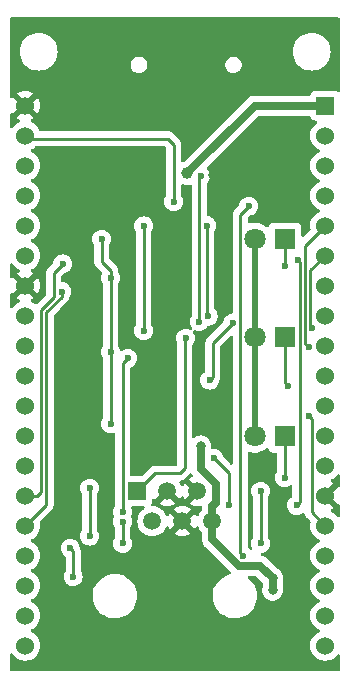
<source format=gbr>
%TF.GenerationSoftware,KiCad,Pcbnew,7.0.8*%
%TF.CreationDate,2023-10-30T21:57:11-05:00*%
%TF.ProjectId,fujinet-adam-devkit-mini,66756a69-6e65-4742-9d61-64616d2d6465,rev?*%
%TF.SameCoordinates,Original*%
%TF.FileFunction,Copper,L2,Bot*%
%TF.FilePolarity,Positive*%
%FSLAX46Y46*%
G04 Gerber Fmt 4.6, Leading zero omitted, Abs format (unit mm)*
G04 Created by KiCad (PCBNEW 7.0.8) date 2023-10-30 21:57:11*
%MOMM*%
%LPD*%
G01*
G04 APERTURE LIST*
%TA.AperFunction,ComponentPad*%
%ADD10R,1.520000X1.520000*%
%TD*%
%TA.AperFunction,ComponentPad*%
%ADD11C,1.520000*%
%TD*%
%TA.AperFunction,ComponentPad*%
%ADD12R,1.800000X1.800000*%
%TD*%
%TA.AperFunction,ComponentPad*%
%ADD13C,1.800000*%
%TD*%
%TA.AperFunction,ComponentPad*%
%ADD14R,1.530000X1.530000*%
%TD*%
%TA.AperFunction,ComponentPad*%
%ADD15C,1.530000*%
%TD*%
%TA.AperFunction,ViaPad*%
%ADD16C,1.000000*%
%TD*%
%TA.AperFunction,ViaPad*%
%ADD17C,0.600000*%
%TD*%
%TA.AperFunction,ViaPad*%
%ADD18C,0.800000*%
%TD*%
%TA.AperFunction,Conductor*%
%ADD19C,0.700000*%
%TD*%
%TA.AperFunction,Conductor*%
%ADD20C,0.250000*%
%TD*%
%TA.AperFunction,Conductor*%
%ADD21C,0.500000*%
%TD*%
G04 APERTURE END LIST*
D10*
%TO.P,J1,1*%
%TO.N,/ADAMNET_DATA*%
X140944000Y-117094000D03*
D11*
%TO.P,J1,2*%
%TO.N,/ADAMNET_RESET*%
X142214000Y-119634000D03*
%TO.P,J1,3*%
%TO.N,GND*%
X143484000Y-117094000D03*
%TO.P,J1,4*%
X144754000Y-119634000D03*
%TO.P,J1,5*%
X146024000Y-117094000D03*
%TO.P,J1,6*%
%TO.N,/ADAMNET_5V*%
X147294000Y-119634000D03*
%TD*%
D12*
%TO.P,D2,1,K*%
%TO.N,Net-(D2-K)*%
X153421000Y-104072000D03*
D13*
%TO.P,D2,2,A*%
%TO.N,+3.3V*%
X150881000Y-104072000D03*
%TD*%
D12*
%TO.P,D1,1,K*%
%TO.N,Net-(D1-K)*%
X153416000Y-95758000D03*
D13*
%TO.P,D1,2,A*%
%TO.N,+3.3V*%
X150876000Y-95758000D03*
%TD*%
D12*
%TO.P,D3,1,K*%
%TO.N,Net-(D3-K)*%
X153421000Y-112447000D03*
D13*
%TO.P,D3,2,A*%
%TO.N,+3.3V*%
X150881000Y-112447000D03*
%TD*%
D14*
%TO.P,U1,1,3V3*%
%TO.N,+3.3V*%
X156845000Y-84455000D03*
D15*
%TO.P,U1,2,EN*%
%TO.N,unconnected-(U1-EN-Pad2)*%
X156845000Y-86995000D03*
%TO.P,U1,3,SENSOR_VP*%
%TO.N,unconnected-(U1-SENSOR_VP-Pad3)*%
X156845000Y-89535000D03*
%TO.P,U1,4,SENSOR_VN*%
%TO.N,unconnected-(U1-SENSOR_VN-Pad4)*%
X156845000Y-92075000D03*
%TO.P,U1,5,IO34*%
%TO.N,/IO34*%
X156845000Y-94615000D03*
%TO.P,U1,6,IO35*%
%TO.N,Net-(U1-IO35)*%
X156845000Y-97155000D03*
%TO.P,U1,7,IO32*%
%TO.N,unconnected-(U1-IO32-Pad7)*%
X156845000Y-99695000D03*
%TO.P,U1,8,IO33*%
%TO.N,/ADAMNET_DATA*%
X156845000Y-102235000D03*
%TO.P,U1,9,IO25*%
%TO.N,unconnected-(U1-IO25-Pad9)*%
X156845000Y-104775000D03*
%TO.P,U1,10,IO26*%
%TO.N,Net-(U1-IO26)*%
X156845000Y-107315000D03*
%TO.P,U1,11,IO27*%
%TO.N,unconnected-(U1-IO27-Pad11)*%
X156845000Y-109855000D03*
%TO.P,U1,12,IO14*%
%TO.N,/IO14{slash}TMS*%
X156845000Y-112395000D03*
%TO.P,U1,13,IO12*%
%TO.N,unconnected-(U1-IO12-Pad13)*%
X156845000Y-114935000D03*
%TO.P,U1,14,GND1*%
%TO.N,GND*%
X156845000Y-117475000D03*
%TO.P,U1,15,IO13*%
%TO.N,/IO13{slash}LED3{slash}TCK*%
X156845000Y-120015000D03*
%TO.P,U1,16,SD2*%
%TO.N,unconnected-(U1-SD2-Pad16)*%
X156845000Y-122555000D03*
%TO.P,U1,17,SD3*%
%TO.N,unconnected-(U1-SD3-Pad17)*%
X156845000Y-125095000D03*
%TO.P,U1,18,CMD*%
%TO.N,unconnected-(U1-CMD-Pad18)*%
X156845000Y-127635000D03*
%TO.P,U1,19,EXT_5V*%
%TO.N,+5V*%
X156845000Y-130175000D03*
%TO.P,U1,20,CLK*%
%TO.N,unconnected-(U1-CLK-Pad20)*%
X131445000Y-130175000D03*
%TO.P,U1,21,SD0*%
%TO.N,unconnected-(U1-SD0-Pad21)*%
X131445000Y-127635000D03*
%TO.P,U1,22,SD1*%
%TO.N,unconnected-(U1-SD1-Pad22)*%
X131445000Y-125095000D03*
%TO.P,U1,23,IO15*%
%TO.N,/IO15{slash}TDO*%
X131445000Y-122555000D03*
%TO.P,U1,24,IO2*%
%TO.N,/IO2{slash}LED1*%
X131445000Y-120015000D03*
%TO.P,U1,25,IO0*%
%TO.N,/IO0*%
X131445000Y-117475000D03*
%TO.P,U1,26,IO4*%
%TO.N,/IO4{slash}LED2*%
X131445000Y-114935000D03*
%TO.P,U1,27,IO16*%
%TO.N,unconnected-(U1-IO16-Pad27)*%
X131445000Y-112395000D03*
%TO.P,U1,28,IO17*%
%TO.N,unconnected-(U1-IO17-Pad28)*%
X131445000Y-109855000D03*
%TO.P,U1,29,IO5*%
%TO.N,/IO5{slash}SPI_CS*%
X131445000Y-107315000D03*
%TO.P,U1,30,IO18*%
%TO.N,/IO18{slash}SPI_CLK*%
X131445000Y-104775000D03*
%TO.P,U1,31,IO19*%
%TO.N,/IO19{slash}SPI_MISO*%
X131445000Y-102235000D03*
%TO.P,U1,32,GND2*%
%TO.N,GND*%
X131445000Y-99695000D03*
%TO.P,U1,33,IO21*%
%TO.N,/IO21{slash}ADAMNET_TX*%
X131445000Y-97155000D03*
%TO.P,U1,34,RXD0*%
%TO.N,unconnected-(U1-RXD0-Pad34)*%
X131445000Y-94615000D03*
%TO.P,U1,35,TXD0*%
%TO.N,unconnected-(U1-TXD0-Pad35)*%
X131445000Y-92075000D03*
%TO.P,U1,36,IO22*%
%TO.N,unconnected-(U1-IO22-Pad36)*%
X131445000Y-89535000D03*
%TO.P,U1,37,IO23*%
%TO.N,/IO23{slash}SPI_MOSI*%
X131445000Y-86995000D03*
%TO.P,U1,38,GND3*%
%TO.N,GND*%
X131445000Y-84455000D03*
%TD*%
D16*
%TO.N,+3.3V*%
X145161000Y-90170000D03*
D17*
%TO.N,Net-(Q1-B)*%
X154520993Y-97536000D03*
%TO.N,Net-(D1-K)*%
X153416000Y-98044000D03*
%TO.N,+3.3V*%
X138684000Y-99060000D03*
X138684000Y-111406500D03*
X138684000Y-105310500D03*
X137922000Y-95758000D03*
%TO.N,Net-(D2-K)*%
X153670000Y-108204000D03*
%TO.N,Net-(D3-K)*%
X153416000Y-115949500D03*
D18*
%TO.N,/ADAMNET_5V*%
X152400000Y-124460000D03*
X146304000Y-113284000D03*
X152400000Y-125476000D03*
D17*
%TO.N,Net-(D5-K)*%
X135509000Y-124333000D03*
X135255000Y-121920000D03*
D18*
%TO.N,GND*%
X144399000Y-98552000D03*
D17*
X147574000Y-108712000D03*
X135890000Y-111506000D03*
D18*
X141859000Y-108966000D03*
X147375000Y-90297000D03*
X143129000Y-108966000D03*
D17*
X134620000Y-101871500D03*
D18*
X154559000Y-122809000D03*
X148336000Y-98552000D03*
D17*
%TO.N,/ADAMNET_RESET*%
X148717000Y-118237000D03*
X147419500Y-114300000D03*
%TO.N,/ADAMNET_DATA*%
X145034000Y-104140000D03*
%TO.N,/IO5{slash}SPI_CS*%
X141478000Y-94642500D03*
X141478000Y-103505000D03*
%TO.N,/IO23{slash}SPI_MOSI*%
X144018000Y-92583000D03*
%TO.N,/IO18{slash}SPI_CLK*%
X146304000Y-90424000D03*
X146177000Y-102743000D03*
%TO.N,/IO19{slash}SPI_MISO*%
X146811500Y-94615000D03*
X146939000Y-102282500D03*
%TO.N,/IO15{slash}TDO*%
X150368000Y-92964000D03*
X149860000Y-122555000D03*
%TO.N,Net-(Q1-B)*%
X154432000Y-118293500D03*
%TO.N,Net-(Q1-C)*%
X136906000Y-116840000D03*
X136906000Y-120904000D03*
%TO.N,Net-(Q2-B)*%
X151384000Y-117094000D03*
X151384000Y-121528500D03*
X139700000Y-121528500D03*
X139700000Y-119671503D03*
%TO.N,Net-(Q2-C)*%
X140133589Y-105843589D03*
X139700000Y-118872000D03*
%TO.N,/IO2{slash}LED1*%
X134551250Y-100203000D03*
%TO.N,/IO13{slash}LED3{slash}TCK*%
X155448000Y-110744000D03*
%TO.N,Net-(U1-IO35)*%
X155769993Y-103251000D03*
X149026500Y-102859500D03*
X147066000Y-107696000D03*
%TO.N,/IO0*%
X134620000Y-97858000D03*
%TO.N,/IO34*%
X155448000Y-104902000D03*
%TD*%
D19*
%TO.N,+3.3V*%
X150876000Y-84455000D02*
X145161000Y-90170000D01*
X156845000Y-84455000D02*
X150876000Y-84455000D01*
D20*
%TO.N,Net-(Q1-B)*%
X154686000Y-118039500D02*
X154432000Y-118293500D01*
X154520993Y-97536000D02*
X154686000Y-97701007D01*
X154686000Y-97701007D02*
X154686000Y-118039500D01*
%TO.N,Net-(D1-K)*%
X153416000Y-98044000D02*
X153416000Y-95758000D01*
%TO.N,+3.3V*%
X137922000Y-97674500D02*
X137922000Y-95758000D01*
D21*
X150876000Y-95758000D02*
X150876000Y-106137500D01*
X150881000Y-106142500D02*
X150881000Y-112447000D01*
D20*
X138684000Y-98436500D02*
X138684000Y-111406500D01*
X138684000Y-98436500D02*
X137922000Y-97674500D01*
D21*
X150876000Y-106137500D02*
X150881000Y-106142500D01*
D20*
%TO.N,Net-(D2-K)*%
X153421000Y-107955000D02*
X153421000Y-104072000D01*
X153670000Y-108204000D02*
X153421000Y-107955000D01*
%TO.N,Net-(D3-K)*%
X153421000Y-115944500D02*
X153421000Y-112447000D01*
X153416000Y-115949500D02*
X153421000Y-115944500D01*
D19*
%TO.N,/ADAMNET_5V*%
X147574000Y-116459000D02*
X147574000Y-118110000D01*
X152400000Y-124460000D02*
X152400000Y-125476000D01*
X147294000Y-121191082D02*
X149507918Y-123405000D01*
X146304000Y-115189000D02*
X147574000Y-116459000D01*
X147574000Y-118110000D02*
X147294000Y-118390000D01*
X147294000Y-119634000D02*
X147294000Y-121191082D01*
X147294000Y-118390000D02*
X147294000Y-119634000D01*
X149507918Y-123405000D02*
X151345000Y-123405000D01*
X146304000Y-113284000D02*
X146304000Y-115189000D01*
X151345000Y-123405000D02*
X152400000Y-124460000D01*
D20*
%TO.N,Net-(D5-K)*%
X135509000Y-122174000D02*
X135509000Y-124333000D01*
X135255000Y-121920000D02*
X135509000Y-122174000D01*
%TO.N,/ADAMNET_RESET*%
X148717000Y-115597500D02*
X147419500Y-114300000D01*
X148717000Y-118237000D02*
X148717000Y-115597500D01*
%TO.N,/ADAMNET_DATA*%
X144939000Y-115157000D02*
X144526000Y-115570000D01*
X144526000Y-115570000D02*
X142468000Y-115570000D01*
X144939000Y-104235000D02*
X144939000Y-115157000D01*
X145034000Y-104140000D02*
X144939000Y-104235000D01*
X142468000Y-115570000D02*
X140944000Y-117094000D01*
%TO.N,/IO5{slash}SPI_CS*%
X141478000Y-103505000D02*
X141478000Y-94642500D01*
%TO.N,/IO23{slash}SPI_MOSI*%
X144018000Y-87757000D02*
X144018000Y-92583000D01*
X143510000Y-87249000D02*
X144018000Y-87757000D01*
X131699000Y-87249000D02*
X143510000Y-87249000D01*
X131445000Y-86995000D02*
X131699000Y-87249000D01*
%TO.N,/IO18{slash}SPI_CLK*%
X146187000Y-102366884D02*
X146187000Y-90541000D01*
X146177000Y-102376884D02*
X146187000Y-102366884D01*
X146177000Y-102743000D02*
X146177000Y-102376884D01*
X146187000Y-90541000D02*
X146304000Y-90424000D01*
%TO.N,/IO19{slash}SPI_MISO*%
X146812000Y-94615500D02*
X146811500Y-94615000D01*
X146939000Y-102282500D02*
X146812000Y-102155500D01*
X146812000Y-102155500D02*
X146812000Y-94615500D01*
%TO.N,/IO15{slash}TDO*%
X149651000Y-93681000D02*
X149651000Y-122346000D01*
X150368000Y-92964000D02*
X149651000Y-93681000D01*
X149651000Y-122346000D02*
X149860000Y-122555000D01*
%TO.N,Net-(Q1-C)*%
X136906000Y-120904000D02*
X136906000Y-116840000D01*
%TO.N,Net-(Q2-B)*%
X139700000Y-119671503D02*
X139700000Y-121528500D01*
X151384000Y-121528500D02*
X151384000Y-117094000D01*
%TO.N,Net-(Q2-C)*%
X139700000Y-106277178D02*
X140133589Y-105843589D01*
X139700000Y-118872000D02*
X139700000Y-106277178D01*
%TO.N,/IO2{slash}LED1*%
X134551250Y-100622500D02*
X133223000Y-101950750D01*
X133223000Y-101950750D02*
X133223000Y-118237000D01*
X133223000Y-118237000D02*
X131445000Y-120015000D01*
X134551250Y-100203000D02*
X134551250Y-100622500D01*
%TO.N,/IO13{slash}LED3{slash}TCK*%
X155702000Y-118872000D02*
X156845000Y-120015000D01*
X155448000Y-110744000D02*
X155702000Y-110998000D01*
X155702000Y-110998000D02*
X155702000Y-118872000D01*
%TO.N,Net-(U1-IO35)*%
X155595493Y-103076500D02*
X155595493Y-98404507D01*
X155595493Y-98404507D02*
X156845000Y-97155000D01*
X155769993Y-103251000D02*
X155595493Y-103076500D01*
X147066000Y-107696000D02*
X147320000Y-107442000D01*
X147320000Y-104566000D02*
X149026500Y-102859500D01*
X147320000Y-107442000D02*
X147320000Y-104566000D01*
%TO.N,/IO0*%
X133858000Y-100679354D02*
X132773000Y-101764354D01*
X132461000Y-117475000D02*
X131445000Y-117475000D01*
X132773000Y-117163000D02*
X132461000Y-117475000D01*
X132773000Y-101764354D02*
X132773000Y-117163000D01*
X133858000Y-98620000D02*
X133858000Y-100679354D01*
X134620000Y-97858000D02*
X133858000Y-98620000D01*
%TO.N,/IO34*%
X155448000Y-104902000D02*
X155145493Y-104599493D01*
X155145493Y-96314507D02*
X156845000Y-94615000D01*
X155145493Y-104599493D02*
X155145493Y-96314507D01*
%TD*%
%TA.AperFunction,Conductor*%
%TO.N,GND*%
G36*
X143266587Y-87894185D02*
G01*
X143287229Y-87910819D01*
X143356181Y-87979771D01*
X143389666Y-88041094D01*
X143392500Y-88067452D01*
X143392500Y-92038145D01*
X143373494Y-92104117D01*
X143292211Y-92233476D01*
X143232631Y-92403745D01*
X143232630Y-92403750D01*
X143212435Y-92582996D01*
X143212435Y-92583003D01*
X143232630Y-92762249D01*
X143232631Y-92762254D01*
X143292211Y-92932523D01*
X143388184Y-93085262D01*
X143515738Y-93212816D01*
X143668478Y-93308789D01*
X143815005Y-93360061D01*
X143838745Y-93368368D01*
X143838750Y-93368369D01*
X144017996Y-93388565D01*
X144018000Y-93388565D01*
X144018004Y-93388565D01*
X144197249Y-93368369D01*
X144197252Y-93368368D01*
X144197255Y-93368368D01*
X144367522Y-93308789D01*
X144520262Y-93212816D01*
X144647816Y-93085262D01*
X144743789Y-92932522D01*
X144803368Y-92762255D01*
X144804719Y-92750264D01*
X144823565Y-92583003D01*
X144823565Y-92582996D01*
X144803369Y-92403750D01*
X144803368Y-92403745D01*
X144780586Y-92338639D01*
X144743789Y-92233478D01*
X144662505Y-92104116D01*
X144643500Y-92038145D01*
X144643500Y-91225732D01*
X144663185Y-91158693D01*
X144715989Y-91112938D01*
X144785147Y-91102994D01*
X144803495Y-91107071D01*
X144964868Y-91156024D01*
X145161000Y-91175341D01*
X145357132Y-91156024D01*
X145392506Y-91145293D01*
X145401504Y-91142564D01*
X145471371Y-91141940D01*
X145530484Y-91179187D01*
X145560075Y-91242481D01*
X145561500Y-91261224D01*
X145561500Y-102182230D01*
X145542494Y-102248202D01*
X145451211Y-102393476D01*
X145391631Y-102563745D01*
X145391630Y-102563750D01*
X145371435Y-102742996D01*
X145371435Y-102743003D01*
X145391630Y-102922249D01*
X145391631Y-102922254D01*
X145451211Y-103092523D01*
X145541417Y-103236085D01*
X145560417Y-103303322D01*
X145540049Y-103370157D01*
X145486781Y-103415371D01*
X145417525Y-103424608D01*
X145390226Y-103416135D01*
X145390095Y-103416511D01*
X145213254Y-103354631D01*
X145213249Y-103354630D01*
X145034004Y-103334435D01*
X145033996Y-103334435D01*
X144854750Y-103354630D01*
X144854745Y-103354631D01*
X144684476Y-103414211D01*
X144531737Y-103510184D01*
X144404184Y-103637737D01*
X144308211Y-103790476D01*
X144248631Y-103960745D01*
X144248630Y-103960750D01*
X144228435Y-104139996D01*
X144228435Y-104140003D01*
X144248630Y-104319249D01*
X144248633Y-104319262D01*
X144306541Y-104484749D01*
X144313500Y-104525704D01*
X144313500Y-114820500D01*
X144293815Y-114887539D01*
X144241011Y-114933294D01*
X144189500Y-114944500D01*
X142550737Y-114944500D01*
X142535120Y-114942776D01*
X142535093Y-114943062D01*
X142527331Y-114942327D01*
X142458203Y-114944500D01*
X142428650Y-114944500D01*
X142427929Y-114944590D01*
X142421757Y-114945369D01*
X142415945Y-114945826D01*
X142369372Y-114947290D01*
X142369369Y-114947291D01*
X142350126Y-114952881D01*
X142331083Y-114956825D01*
X142311204Y-114959336D01*
X142311203Y-114959337D01*
X142267878Y-114976490D01*
X142262352Y-114978382D01*
X142217608Y-114991383D01*
X142217604Y-114991385D01*
X142200365Y-115001580D01*
X142182898Y-115010137D01*
X142164269Y-115017512D01*
X142164267Y-115017513D01*
X142126564Y-115044906D01*
X142121682Y-115048112D01*
X142081580Y-115071828D01*
X142067408Y-115086000D01*
X142052623Y-115098628D01*
X142036412Y-115110407D01*
X142006709Y-115146310D01*
X142002777Y-115150631D01*
X141356227Y-115797181D01*
X141294904Y-115830666D01*
X141268546Y-115833500D01*
X140449500Y-115833500D01*
X140382461Y-115813815D01*
X140336706Y-115761011D01*
X140325500Y-115709500D01*
X140325500Y-106712511D01*
X140345185Y-106645472D01*
X140397989Y-106599717D01*
X140408542Y-106595470D01*
X140483111Y-106569378D01*
X140635851Y-106473405D01*
X140763405Y-106345851D01*
X140859378Y-106193111D01*
X140918957Y-106022844D01*
X140935599Y-105875142D01*
X140939154Y-105843592D01*
X140939154Y-105843585D01*
X140918958Y-105664339D01*
X140918957Y-105664334D01*
X140906169Y-105627789D01*
X140859378Y-105494067D01*
X140841799Y-105466091D01*
X140796857Y-105394565D01*
X140763405Y-105341327D01*
X140635851Y-105213773D01*
X140611110Y-105198227D01*
X140483112Y-105117800D01*
X140312843Y-105058220D01*
X140312838Y-105058219D01*
X140133593Y-105038024D01*
X140133585Y-105038024D01*
X139954339Y-105058219D01*
X139954334Y-105058220D01*
X139784065Y-105117800D01*
X139653890Y-105199595D01*
X139586653Y-105218595D01*
X139519818Y-105198227D01*
X139474604Y-105144959D01*
X139470876Y-105135555D01*
X139409789Y-104960978D01*
X139328506Y-104831617D01*
X139309500Y-104765645D01*
X139309500Y-103505003D01*
X140672435Y-103505003D01*
X140692630Y-103684249D01*
X140692631Y-103684254D01*
X140752211Y-103854523D01*
X140824860Y-103970142D01*
X140848184Y-104007262D01*
X140975738Y-104134816D01*
X141018121Y-104161447D01*
X141125990Y-104229226D01*
X141128478Y-104230789D01*
X141291515Y-104287838D01*
X141298745Y-104290368D01*
X141298750Y-104290369D01*
X141477996Y-104310565D01*
X141478000Y-104310565D01*
X141478004Y-104310565D01*
X141657249Y-104290369D01*
X141657252Y-104290368D01*
X141657255Y-104290368D01*
X141827522Y-104230789D01*
X141980262Y-104134816D01*
X142107816Y-104007262D01*
X142203789Y-103854522D01*
X142263368Y-103684255D01*
X142264427Y-103674856D01*
X142283565Y-103505003D01*
X142283565Y-103504996D01*
X142263369Y-103325750D01*
X142263368Y-103325745D01*
X142235206Y-103245262D01*
X142203789Y-103155478D01*
X142122505Y-103026116D01*
X142103500Y-102960145D01*
X142103500Y-95187354D01*
X142122507Y-95121381D01*
X142122698Y-95121078D01*
X142203789Y-94992022D01*
X142263368Y-94821755D01*
X142264679Y-94810123D01*
X142283565Y-94642503D01*
X142283565Y-94642496D01*
X142263369Y-94463250D01*
X142263368Y-94463245D01*
X142250575Y-94426686D01*
X142203789Y-94292978D01*
X142107816Y-94140238D01*
X141980262Y-94012684D01*
X141827523Y-93916711D01*
X141657254Y-93857131D01*
X141657249Y-93857130D01*
X141478004Y-93836935D01*
X141477996Y-93836935D01*
X141298750Y-93857130D01*
X141298745Y-93857131D01*
X141128476Y-93916711D01*
X140975737Y-94012684D01*
X140848184Y-94140237D01*
X140752211Y-94292976D01*
X140692631Y-94463245D01*
X140692630Y-94463250D01*
X140672435Y-94642496D01*
X140672435Y-94642503D01*
X140692630Y-94821749D01*
X140692631Y-94821754D01*
X140752211Y-94992024D01*
X140815713Y-95093085D01*
X140833302Y-95121078D01*
X140833493Y-95121381D01*
X140852500Y-95187354D01*
X140852500Y-102960145D01*
X140833494Y-103026117D01*
X140752211Y-103155476D01*
X140692631Y-103325745D01*
X140692630Y-103325750D01*
X140672435Y-103504996D01*
X140672435Y-103505003D01*
X139309500Y-103505003D01*
X139309500Y-99604854D01*
X139328507Y-99538881D01*
X139409788Y-99409524D01*
X139409789Y-99409522D01*
X139469368Y-99239255D01*
X139469369Y-99239249D01*
X139489565Y-99060003D01*
X139489565Y-99059996D01*
X139469369Y-98880750D01*
X139469368Y-98880745D01*
X139468562Y-98878441D01*
X139409789Y-98710478D01*
X139409788Y-98710477D01*
X139409787Y-98710473D01*
X139329182Y-98582192D01*
X139310181Y-98514956D01*
X139311491Y-98503647D01*
X139310939Y-98503595D01*
X139311673Y-98495833D01*
X139309500Y-98426672D01*
X139309500Y-98397156D01*
X139309500Y-98397150D01*
X139308631Y-98390279D01*
X139308173Y-98384452D01*
X139307413Y-98360262D01*
X139306710Y-98337873D01*
X139301119Y-98318630D01*
X139297173Y-98299578D01*
X139294664Y-98279708D01*
X139277504Y-98236367D01*
X139275624Y-98230879D01*
X139262618Y-98186110D01*
X139261746Y-98184636D01*
X139252423Y-98168871D01*
X139243861Y-98151394D01*
X139236487Y-98132770D01*
X139233923Y-98129241D01*
X139209079Y-98095045D01*
X139205888Y-98090186D01*
X139182172Y-98050083D01*
X139182165Y-98050074D01*
X139168006Y-98035915D01*
X139155368Y-98021119D01*
X139143594Y-98004913D01*
X139120548Y-97985848D01*
X139107688Y-97975209D01*
X139103376Y-97971286D01*
X138583819Y-97451728D01*
X138550334Y-97390405D01*
X138547500Y-97364047D01*
X138547500Y-96302854D01*
X138566507Y-96236881D01*
X138647788Y-96107524D01*
X138666217Y-96054857D01*
X138707368Y-95937255D01*
X138713256Y-95885000D01*
X138727565Y-95758003D01*
X138727565Y-95757996D01*
X138707369Y-95578750D01*
X138707368Y-95578745D01*
X138655864Y-95431555D01*
X138647789Y-95408478D01*
X138551816Y-95255738D01*
X138424262Y-95128184D01*
X138406880Y-95117262D01*
X138271523Y-95032211D01*
X138101254Y-94972631D01*
X138101249Y-94972630D01*
X137922004Y-94952435D01*
X137921996Y-94952435D01*
X137742750Y-94972630D01*
X137742745Y-94972631D01*
X137572476Y-95032211D01*
X137419737Y-95128184D01*
X137292184Y-95255737D01*
X137196211Y-95408476D01*
X137136631Y-95578745D01*
X137136630Y-95578750D01*
X137116435Y-95757996D01*
X137116435Y-95758003D01*
X137136630Y-95937249D01*
X137136631Y-95937254D01*
X137196211Y-96107524D01*
X137277493Y-96236881D01*
X137296500Y-96302854D01*
X137296500Y-97591755D01*
X137294775Y-97607372D01*
X137295061Y-97607399D01*
X137294326Y-97615165D01*
X137296500Y-97684314D01*
X137296500Y-97713843D01*
X137296501Y-97713860D01*
X137297368Y-97720731D01*
X137297826Y-97726550D01*
X137299290Y-97773124D01*
X137299291Y-97773127D01*
X137304880Y-97792367D01*
X137308824Y-97811411D01*
X137311336Y-97831292D01*
X137324249Y-97863907D01*
X137328490Y-97874619D01*
X137330382Y-97880147D01*
X137343381Y-97924888D01*
X137353580Y-97942134D01*
X137362138Y-97959603D01*
X137369514Y-97978232D01*
X137396898Y-98015923D01*
X137400106Y-98020807D01*
X137423827Y-98060916D01*
X137423833Y-98060924D01*
X137437990Y-98075080D01*
X137450628Y-98089876D01*
X137462405Y-98106086D01*
X137462406Y-98106087D01*
X137498309Y-98135788D01*
X137502620Y-98139710D01*
X137720046Y-98357136D01*
X137933435Y-98570525D01*
X137966920Y-98631848D01*
X137961936Y-98701540D01*
X137958595Y-98709376D01*
X137898633Y-98880737D01*
X137898630Y-98880750D01*
X137878435Y-99059996D01*
X137878435Y-99060003D01*
X137898630Y-99239249D01*
X137898631Y-99239254D01*
X137958211Y-99409524D01*
X138039493Y-99538881D01*
X138058500Y-99604854D01*
X138058500Y-104765645D01*
X138039494Y-104831617D01*
X137958211Y-104960976D01*
X137898631Y-105131245D01*
X137898630Y-105131250D01*
X137878435Y-105310496D01*
X137878435Y-105310503D01*
X137898630Y-105489749D01*
X137898631Y-105489754D01*
X137958211Y-105660024D01*
X138039493Y-105789381D01*
X138058500Y-105855354D01*
X138058500Y-110861645D01*
X138039494Y-110927617D01*
X137958211Y-111056976D01*
X137898631Y-111227245D01*
X137898630Y-111227250D01*
X137878435Y-111406496D01*
X137878435Y-111406503D01*
X137898630Y-111585749D01*
X137898631Y-111585754D01*
X137958211Y-111756023D01*
X138054184Y-111908762D01*
X138181738Y-112036316D01*
X138272080Y-112093082D01*
X138332999Y-112131360D01*
X138334478Y-112132289D01*
X138448274Y-112172108D01*
X138504745Y-112191868D01*
X138504750Y-112191869D01*
X138683996Y-112212065D01*
X138684000Y-112212065D01*
X138684004Y-112212065D01*
X138863249Y-112191869D01*
X138863251Y-112191868D01*
X138863255Y-112191868D01*
X138863258Y-112191866D01*
X138863262Y-112191866D01*
X138909545Y-112175671D01*
X138979323Y-112172108D01*
X139039951Y-112206837D01*
X139072178Y-112268830D01*
X139074500Y-112292712D01*
X139074500Y-118327145D01*
X139055494Y-118393117D01*
X138974211Y-118522476D01*
X138914631Y-118692745D01*
X138914630Y-118692750D01*
X138894435Y-118871996D01*
X138894435Y-118872003D01*
X138914630Y-119051249D01*
X138914631Y-119051254D01*
X138976511Y-119228095D01*
X138974290Y-119228872D01*
X138983841Y-119286900D01*
X138975567Y-119315079D01*
X138976510Y-119315409D01*
X138914633Y-119492240D01*
X138914630Y-119492253D01*
X138894435Y-119671499D01*
X138894435Y-119671506D01*
X138914630Y-119850752D01*
X138914631Y-119850757D01*
X138974211Y-120021027D01*
X139055493Y-120150384D01*
X139074500Y-120216357D01*
X139074500Y-120983645D01*
X139055494Y-121049617D01*
X138974211Y-121178976D01*
X138914631Y-121349245D01*
X138914630Y-121349250D01*
X138894435Y-121528496D01*
X138894435Y-121528503D01*
X138914630Y-121707749D01*
X138914631Y-121707754D01*
X138974211Y-121878023D01*
X139032735Y-121971162D01*
X139070184Y-122030762D01*
X139197738Y-122158316D01*
X139350478Y-122254289D01*
X139456421Y-122291360D01*
X139520745Y-122313868D01*
X139520750Y-122313869D01*
X139699996Y-122334065D01*
X139700000Y-122334065D01*
X139700004Y-122334065D01*
X139879249Y-122313869D01*
X139879252Y-122313868D01*
X139879255Y-122313868D01*
X140049522Y-122254289D01*
X140202262Y-122158316D01*
X140329816Y-122030762D01*
X140425789Y-121878022D01*
X140485368Y-121707755D01*
X140500755Y-121571191D01*
X140505565Y-121528503D01*
X140505565Y-121528496D01*
X140485369Y-121349250D01*
X140485368Y-121349245D01*
X140462544Y-121284017D01*
X140425789Y-121178978D01*
X140344505Y-121049616D01*
X140325500Y-120983645D01*
X140325500Y-120216357D01*
X140344507Y-120150384D01*
X140355126Y-120133485D01*
X140425789Y-120021025D01*
X140485368Y-119850758D01*
X140486049Y-119844714D01*
X140505565Y-119671506D01*
X140505565Y-119671499D01*
X140485369Y-119492253D01*
X140485368Y-119492248D01*
X140423489Y-119315408D01*
X140425712Y-119314629D01*
X140416155Y-119256622D01*
X140424436Y-119228426D01*
X140423489Y-119228095D01*
X140485366Y-119051262D01*
X140485369Y-119051249D01*
X140505565Y-118872003D01*
X140505565Y-118871996D01*
X140485369Y-118692750D01*
X140485368Y-118692745D01*
X140424731Y-118519454D01*
X140421170Y-118449675D01*
X140455899Y-118389047D01*
X140517892Y-118356820D01*
X140541773Y-118354499D01*
X141450425Y-118354499D01*
X141517464Y-118374184D01*
X141563219Y-118426988D01*
X141573163Y-118496146D01*
X141544138Y-118559702D01*
X141521549Y-118580072D01*
X141519544Y-118581477D01*
X141400668Y-118664713D01*
X141244713Y-118820668D01*
X141118205Y-119001342D01*
X141118204Y-119001344D01*
X141024994Y-119201235D01*
X141024990Y-119201244D01*
X140967909Y-119414275D01*
X140967907Y-119414285D01*
X140948685Y-119633998D01*
X140948685Y-119634001D01*
X140967907Y-119853714D01*
X140967909Y-119853724D01*
X141024990Y-120066755D01*
X141024995Y-120066769D01*
X141118203Y-120266654D01*
X141118207Y-120266662D01*
X141244712Y-120447330D01*
X141400669Y-120603287D01*
X141581337Y-120729792D01*
X141581339Y-120729793D01*
X141581342Y-120729795D01*
X141677693Y-120774724D01*
X141781230Y-120823004D01*
X141781232Y-120823004D01*
X141781237Y-120823007D01*
X141994280Y-120880092D01*
X142151222Y-120893822D01*
X142213998Y-120899315D01*
X142214000Y-120899315D01*
X142214002Y-120899315D01*
X142268930Y-120894509D01*
X142433720Y-120880092D01*
X142646763Y-120823007D01*
X142846658Y-120729795D01*
X143027329Y-120603288D01*
X143183288Y-120447329D01*
X143309795Y-120266658D01*
X143371895Y-120133481D01*
X143418064Y-120081047D01*
X143485258Y-120061894D01*
X143552139Y-120082109D01*
X143596657Y-120133485D01*
X143658638Y-120266402D01*
X143703694Y-120330750D01*
X144370191Y-119664254D01*
X144370062Y-119665814D01*
X144401195Y-119788755D01*
X144470559Y-119894925D01*
X144570639Y-119972821D01*
X144690589Y-120014000D01*
X144727553Y-120014000D01*
X144057247Y-120684304D01*
X144121593Y-120729359D01*
X144321406Y-120822533D01*
X144321412Y-120822536D01*
X144534365Y-120879597D01*
X144534373Y-120879598D01*
X144753998Y-120898813D01*
X144754002Y-120898813D01*
X144973626Y-120879598D01*
X144973634Y-120879597D01*
X145186587Y-120822536D01*
X145186598Y-120822532D01*
X145386402Y-120729362D01*
X145386410Y-120729358D01*
X145450751Y-120684305D01*
X145450751Y-120684304D01*
X144780448Y-120014000D01*
X144785486Y-120014000D01*
X144879092Y-119998380D01*
X144990628Y-119938020D01*
X145076522Y-119844714D01*
X145127465Y-119728574D01*
X145133178Y-119659625D01*
X145804304Y-120330751D01*
X145804305Y-120330751D01*
X145849358Y-120266410D01*
X145849362Y-120266402D01*
X145911342Y-120133486D01*
X145957514Y-120081046D01*
X146024707Y-120061894D01*
X146091588Y-120082109D01*
X146136106Y-120133486D01*
X146198203Y-120266654D01*
X146198207Y-120266662D01*
X146324710Y-120447327D01*
X146324711Y-120447328D01*
X146324712Y-120447329D01*
X146407182Y-120529799D01*
X146440666Y-120591120D01*
X146443500Y-120617479D01*
X146443500Y-121153993D01*
X146443295Y-121159027D01*
X146438798Y-121214245D01*
X146449729Y-121294474D01*
X146458486Y-121374995D01*
X146458710Y-121376012D01*
X146463525Y-121396555D01*
X146463773Y-121397552D01*
X146484826Y-121454856D01*
X146491700Y-121473568D01*
X146512000Y-121533815D01*
X146517557Y-121550305D01*
X146518001Y-121551267D01*
X146527146Y-121570348D01*
X146527564Y-121571191D01*
X146571184Y-121639435D01*
X146612930Y-121708818D01*
X146613538Y-121709618D01*
X146626578Y-121726298D01*
X146627201Y-121727073D01*
X146684458Y-121784330D01*
X146740150Y-121843122D01*
X146741010Y-121843853D01*
X146758123Y-121857993D01*
X148845174Y-123945045D01*
X148878659Y-124006368D01*
X148873675Y-124076060D01*
X148831803Y-124131993D01*
X148784455Y-124153759D01*
X148652229Y-124183214D01*
X148652224Y-124183216D01*
X148395799Y-124281290D01*
X148156392Y-124415652D01*
X148156387Y-124415655D01*
X147939097Y-124583441D01*
X147939088Y-124583450D01*
X147748549Y-124781080D01*
X147748547Y-124781082D01*
X147588805Y-125004361D01*
X147588802Y-125004366D01*
X147463275Y-125248515D01*
X147463271Y-125248525D01*
X147374632Y-125508344D01*
X147374629Y-125508358D01*
X147324765Y-125778314D01*
X147324763Y-125778334D01*
X147314737Y-126052678D01*
X147344762Y-126325559D01*
X147344763Y-126325569D01*
X147414202Y-126591178D01*
X147510779Y-126818444D01*
X147521577Y-126843852D01*
X147625806Y-127014637D01*
X147664592Y-127078191D01*
X147664599Y-127078201D01*
X147840199Y-127289207D01*
X147840204Y-127289212D01*
X147840209Y-127289218D01*
X147840216Y-127289224D01*
X148044672Y-127472419D01*
X148044674Y-127472420D01*
X148044677Y-127472423D01*
X148273641Y-127623904D01*
X148522221Y-127740433D01*
X148785119Y-127819527D01*
X149056731Y-127859500D01*
X149056736Y-127859500D01*
X149262552Y-127859500D01*
X149316037Y-127855585D01*
X149467805Y-127844477D01*
X149735775Y-127784784D01*
X149992198Y-127686711D01*
X150231609Y-127552347D01*
X150448904Y-127384557D01*
X150639454Y-127186916D01*
X150799196Y-126963637D01*
X150924727Y-126719479D01*
X151013370Y-126459646D01*
X151063236Y-126189674D01*
X151073262Y-125915320D01*
X151043236Y-125642429D01*
X150973796Y-125376818D01*
X150866423Y-125124148D01*
X150723405Y-124889804D01*
X150678015Y-124835262D01*
X150547800Y-124678792D01*
X150547795Y-124678787D01*
X150547791Y-124678782D01*
X150361936Y-124512254D01*
X150343327Y-124495580D01*
X150343324Y-124495577D01*
X150324185Y-124482915D01*
X150279136Y-124429508D01*
X150270113Y-124360223D01*
X150299980Y-124297059D01*
X150359255Y-124260069D01*
X150392605Y-124255500D01*
X150941349Y-124255500D01*
X151008388Y-124275185D01*
X151029030Y-124291819D01*
X151513181Y-124775970D01*
X151546666Y-124837293D01*
X151549500Y-124863651D01*
X151549500Y-125159850D01*
X151543430Y-125198168D01*
X151514326Y-125287744D01*
X151494540Y-125476000D01*
X151514326Y-125664256D01*
X151514327Y-125664259D01*
X151572818Y-125844277D01*
X151572821Y-125844284D01*
X151667467Y-126008216D01*
X151707501Y-126052678D01*
X151794129Y-126148888D01*
X151947265Y-126260148D01*
X151947270Y-126260151D01*
X152120192Y-126337142D01*
X152120197Y-126337144D01*
X152305354Y-126376500D01*
X152305355Y-126376500D01*
X152494644Y-126376500D01*
X152494646Y-126376500D01*
X152679803Y-126337144D01*
X152852730Y-126260151D01*
X153005871Y-126148888D01*
X153132533Y-126008216D01*
X153227179Y-125844284D01*
X153285674Y-125664256D01*
X153305460Y-125476000D01*
X153285674Y-125287744D01*
X153256569Y-125198168D01*
X153250500Y-125159850D01*
X153250500Y-124776149D01*
X153256569Y-124737831D01*
X153258407Y-124732171D01*
X153285674Y-124648256D01*
X153305460Y-124460000D01*
X153285674Y-124271744D01*
X153227179Y-124091716D01*
X153132533Y-123927784D01*
X153005871Y-123787112D01*
X153005870Y-123787111D01*
X152852730Y-123675848D01*
X152812269Y-123657834D01*
X152775024Y-123632236D01*
X152406695Y-123263907D01*
X151972607Y-122829818D01*
X151969204Y-122826126D01*
X151933336Y-122783899D01*
X151868891Y-122734909D01*
X151805759Y-122684162D01*
X151805758Y-122684161D01*
X151805754Y-122684158D01*
X151805748Y-122684155D01*
X151804854Y-122683583D01*
X151787019Y-122672520D01*
X151786064Y-122671946D01*
X151712560Y-122637939D01*
X151640027Y-122601966D01*
X151638981Y-122601582D01*
X151619160Y-122594602D01*
X151618164Y-122594266D01*
X151539073Y-122576858D01*
X151487829Y-122564113D01*
X151427522Y-122528831D01*
X151395864Y-122466545D01*
X151402906Y-122397031D01*
X151446411Y-122342359D01*
X151503873Y-122320559D01*
X151563249Y-122313869D01*
X151563252Y-122313868D01*
X151563255Y-122313868D01*
X151733522Y-122254289D01*
X151886262Y-122158316D01*
X152013816Y-122030762D01*
X152109789Y-121878022D01*
X152169368Y-121707755D01*
X152184755Y-121571191D01*
X152189565Y-121528503D01*
X152189565Y-121528496D01*
X152169369Y-121349250D01*
X152169368Y-121349245D01*
X152146544Y-121284017D01*
X152109789Y-121178978D01*
X152028505Y-121049616D01*
X152009500Y-120983645D01*
X152009500Y-117638854D01*
X152028507Y-117572881D01*
X152043936Y-117548327D01*
X152090011Y-117474999D01*
X152109788Y-117443524D01*
X152113938Y-117431665D01*
X152169368Y-117273255D01*
X152169369Y-117273249D01*
X152189565Y-117094003D01*
X152189565Y-117093996D01*
X152169369Y-116914750D01*
X152169368Y-116914745D01*
X152143215Y-116840003D01*
X152109789Y-116744478D01*
X152090638Y-116714000D01*
X152055730Y-116658444D01*
X152013816Y-116591738D01*
X151886262Y-116464184D01*
X151866493Y-116451762D01*
X151733523Y-116368211D01*
X151563254Y-116308631D01*
X151563249Y-116308630D01*
X151384004Y-116288435D01*
X151383996Y-116288435D01*
X151204750Y-116308630D01*
X151204745Y-116308631D01*
X151034476Y-116368211D01*
X150881737Y-116464184D01*
X150754184Y-116591737D01*
X150658211Y-116744476D01*
X150598631Y-116914745D01*
X150598630Y-116914750D01*
X150578435Y-117093996D01*
X150578435Y-117094003D01*
X150598630Y-117273249D01*
X150598631Y-117273254D01*
X150658211Y-117443524D01*
X150739493Y-117572881D01*
X150758500Y-117638854D01*
X150758500Y-120983645D01*
X150739494Y-121049617D01*
X150658211Y-121178976D01*
X150598631Y-121349245D01*
X150598630Y-121349250D01*
X150578435Y-121528496D01*
X150578435Y-121528503D01*
X150598630Y-121707749D01*
X150598631Y-121707754D01*
X150658214Y-121878031D01*
X150660279Y-121882319D01*
X150671630Y-121951260D01*
X150643906Y-122015394D01*
X150585910Y-122054359D01*
X150516055Y-122055782D01*
X150460877Y-122023799D01*
X150362263Y-121925185D01*
X150362262Y-121925184D01*
X150334526Y-121907756D01*
X150288236Y-121855420D01*
X150276500Y-121802763D01*
X150276500Y-113893878D01*
X150296185Y-113826839D01*
X150348989Y-113781084D01*
X150418147Y-113771140D01*
X150440763Y-113776597D01*
X150536015Y-113809297D01*
X150536017Y-113809297D01*
X150536019Y-113809298D01*
X150764951Y-113847500D01*
X150764952Y-113847500D01*
X150997048Y-113847500D01*
X150997049Y-113847500D01*
X151225981Y-113809298D01*
X151445503Y-113733936D01*
X151649626Y-113623470D01*
X151832784Y-113480913D01*
X151841130Y-113471846D01*
X151901010Y-113435854D01*
X151970849Y-113437949D01*
X152028468Y-113477469D01*
X152048544Y-113512491D01*
X152077203Y-113589330D01*
X152077206Y-113589335D01*
X152163452Y-113704544D01*
X152163455Y-113704547D01*
X152278664Y-113790793D01*
X152278671Y-113790797D01*
X152297281Y-113797738D01*
X152413517Y-113841091D01*
X152473127Y-113847500D01*
X152671500Y-113847499D01*
X152738539Y-113867183D01*
X152784294Y-113919987D01*
X152795500Y-113971499D01*
X152795500Y-115396687D01*
X152776494Y-115462659D01*
X152690211Y-115599976D01*
X152630631Y-115770245D01*
X152630630Y-115770250D01*
X152610435Y-115949496D01*
X152610435Y-115949503D01*
X152630630Y-116128749D01*
X152630631Y-116128754D01*
X152690211Y-116299023D01*
X152766920Y-116421103D01*
X152786184Y-116451762D01*
X152913738Y-116579316D01*
X152938868Y-116595106D01*
X153048422Y-116663944D01*
X153066478Y-116675289D01*
X153177108Y-116714000D01*
X153236745Y-116734868D01*
X153236750Y-116734869D01*
X153415996Y-116755065D01*
X153416000Y-116755065D01*
X153416004Y-116755065D01*
X153595249Y-116734869D01*
X153595252Y-116734868D01*
X153595255Y-116734868D01*
X153765522Y-116675289D01*
X153870528Y-116609308D01*
X153937764Y-116590309D01*
X154004600Y-116610676D01*
X154049814Y-116663944D01*
X154060500Y-116714303D01*
X154060500Y-117512987D01*
X154040815Y-117580026D01*
X154002473Y-117617980D01*
X153929741Y-117663681D01*
X153929739Y-117663682D01*
X153802184Y-117791237D01*
X153706211Y-117943976D01*
X153646631Y-118114245D01*
X153646630Y-118114250D01*
X153626435Y-118293496D01*
X153626435Y-118293503D01*
X153646630Y-118472749D01*
X153646631Y-118472754D01*
X153706211Y-118643023D01*
X153787500Y-118772392D01*
X153802184Y-118795762D01*
X153929738Y-118923316D01*
X153984204Y-118957539D01*
X154054316Y-119001594D01*
X154082478Y-119019289D01*
X154241225Y-119074837D01*
X154252745Y-119078868D01*
X154252750Y-119078869D01*
X154431996Y-119099065D01*
X154432000Y-119099065D01*
X154432004Y-119099065D01*
X154611249Y-119078869D01*
X154611252Y-119078868D01*
X154611255Y-119078868D01*
X154781522Y-119019289D01*
X154809684Y-119001594D01*
X154879796Y-118957539D01*
X154902813Y-118943076D01*
X154970049Y-118924076D01*
X155036884Y-118944443D01*
X155082099Y-118997711D01*
X155088707Y-119021406D01*
X155089394Y-119021230D01*
X155091335Y-119028790D01*
X155108490Y-119072119D01*
X155110382Y-119077647D01*
X155123382Y-119122390D01*
X155130552Y-119134515D01*
X155133580Y-119139634D01*
X155142138Y-119157103D01*
X155149514Y-119175732D01*
X155176898Y-119213423D01*
X155180106Y-119218307D01*
X155203827Y-119258416D01*
X155203833Y-119258424D01*
X155217990Y-119272580D01*
X155230627Y-119287375D01*
X155242406Y-119303587D01*
X155246397Y-119306889D01*
X155278309Y-119333288D01*
X155282620Y-119337210D01*
X155525929Y-119580520D01*
X155574164Y-119628755D01*
X155607649Y-119690078D01*
X155606258Y-119748528D01*
X155593966Y-119794403D01*
X155593965Y-119794410D01*
X155574666Y-120014998D01*
X155574666Y-120015001D01*
X155593964Y-120235585D01*
X155593965Y-120235592D01*
X155651275Y-120449475D01*
X155651279Y-120449486D01*
X155722998Y-120603288D01*
X155744858Y-120650167D01*
X155871868Y-120831555D01*
X156028445Y-120988132D01*
X156209833Y-121115142D01*
X156251626Y-121134630D01*
X156333091Y-121172618D01*
X156385531Y-121218790D01*
X156404683Y-121285983D01*
X156384467Y-121352865D01*
X156333091Y-121397382D01*
X156209836Y-121454856D01*
X156209834Y-121454857D01*
X156028444Y-121581868D01*
X155871868Y-121738444D01*
X155744857Y-121919834D01*
X155744856Y-121919836D01*
X155651279Y-122120513D01*
X155651275Y-122120524D01*
X155593965Y-122334407D01*
X155593964Y-122334414D01*
X155574666Y-122554998D01*
X155574666Y-122555001D01*
X155593964Y-122775585D01*
X155593965Y-122775592D01*
X155651275Y-122989475D01*
X155651279Y-122989486D01*
X155737583Y-123174565D01*
X155744858Y-123190167D01*
X155871868Y-123371555D01*
X156028445Y-123528132D01*
X156209833Y-123655142D01*
X156254238Y-123675848D01*
X156333091Y-123712618D01*
X156385531Y-123758790D01*
X156404683Y-123825983D01*
X156384467Y-123892865D01*
X156333091Y-123937382D01*
X156209836Y-123994856D01*
X156209834Y-123994857D01*
X156028444Y-124121868D01*
X155871868Y-124278444D01*
X155744857Y-124459834D01*
X155744856Y-124459836D01*
X155651279Y-124660513D01*
X155651275Y-124660524D01*
X155593965Y-124874407D01*
X155593964Y-124874414D01*
X155574666Y-125094998D01*
X155574666Y-125095001D01*
X155593964Y-125315585D01*
X155593965Y-125315592D01*
X155651275Y-125529475D01*
X155651279Y-125529486D01*
X155714123Y-125664256D01*
X155744858Y-125730167D01*
X155871868Y-125911555D01*
X156028445Y-126068132D01*
X156209833Y-126195142D01*
X156271828Y-126224050D01*
X156333091Y-126252618D01*
X156385531Y-126298790D01*
X156404683Y-126365983D01*
X156384467Y-126432865D01*
X156333091Y-126477382D01*
X156209836Y-126534856D01*
X156209834Y-126534857D01*
X156028444Y-126661868D01*
X155871868Y-126818444D01*
X155744857Y-126999834D01*
X155744856Y-126999836D01*
X155651279Y-127200513D01*
X155651275Y-127200524D01*
X155593965Y-127414407D01*
X155593964Y-127414414D01*
X155574666Y-127634998D01*
X155574666Y-127635001D01*
X155593964Y-127855585D01*
X155593965Y-127855592D01*
X155651275Y-128069475D01*
X155651279Y-128069486D01*
X155737583Y-128254565D01*
X155744858Y-128270167D01*
X155871868Y-128451555D01*
X156028445Y-128608132D01*
X156209833Y-128735142D01*
X156271828Y-128764050D01*
X156333091Y-128792618D01*
X156385531Y-128838790D01*
X156404683Y-128905983D01*
X156384467Y-128972865D01*
X156333091Y-129017382D01*
X156209836Y-129074856D01*
X156209834Y-129074857D01*
X156028444Y-129201868D01*
X155871868Y-129358444D01*
X155744857Y-129539834D01*
X155744856Y-129539836D01*
X155651279Y-129740513D01*
X155651275Y-129740524D01*
X155593965Y-129954407D01*
X155593964Y-129954414D01*
X155574666Y-130174998D01*
X155574666Y-130175001D01*
X155593964Y-130395585D01*
X155593965Y-130395592D01*
X155651275Y-130609475D01*
X155651279Y-130609486D01*
X155737583Y-130794565D01*
X155744858Y-130810167D01*
X155871868Y-130991555D01*
X156028445Y-131148132D01*
X156209833Y-131275142D01*
X156330572Y-131331443D01*
X156410513Y-131368720D01*
X156410515Y-131368720D01*
X156410520Y-131368723D01*
X156624409Y-131426035D01*
X156781974Y-131439820D01*
X156844998Y-131445334D01*
X156845000Y-131445334D01*
X156845002Y-131445334D01*
X156900147Y-131440509D01*
X157065591Y-131426035D01*
X157279480Y-131368723D01*
X157480167Y-131275142D01*
X157661555Y-131148132D01*
X157818132Y-130991555D01*
X157857926Y-130934722D01*
X157912502Y-130891100D01*
X157982001Y-130883907D01*
X158044355Y-130915429D01*
X158079769Y-130975659D01*
X158083500Y-131005848D01*
X158083500Y-132209500D01*
X158063815Y-132276539D01*
X158011011Y-132322294D01*
X157959500Y-132333500D01*
X130268500Y-132333500D01*
X130201461Y-132313815D01*
X130155706Y-132261011D01*
X130144500Y-132209500D01*
X130144500Y-130917303D01*
X130164185Y-130850264D01*
X130216989Y-130804509D01*
X130286147Y-130794565D01*
X130349703Y-130823590D01*
X130370070Y-130846174D01*
X130471868Y-130991555D01*
X130628445Y-131148132D01*
X130809833Y-131275142D01*
X130930572Y-131331443D01*
X131010513Y-131368720D01*
X131010515Y-131368720D01*
X131010520Y-131368723D01*
X131224409Y-131426035D01*
X131381974Y-131439820D01*
X131444998Y-131445334D01*
X131445000Y-131445334D01*
X131445002Y-131445334D01*
X131500147Y-131440509D01*
X131665591Y-131426035D01*
X131879480Y-131368723D01*
X132080167Y-131275142D01*
X132261555Y-131148132D01*
X132418132Y-130991555D01*
X132545142Y-130810167D01*
X132638723Y-130609480D01*
X132696035Y-130395591D01*
X132715334Y-130175000D01*
X132696035Y-129954409D01*
X132638723Y-129740520D01*
X132545142Y-129539833D01*
X132418132Y-129358445D01*
X132261555Y-129201868D01*
X132080167Y-129074858D01*
X131956907Y-129017381D01*
X131904468Y-128971210D01*
X131885316Y-128904017D01*
X131905531Y-128837136D01*
X131956908Y-128792618D01*
X132080167Y-128735142D01*
X132261555Y-128608132D01*
X132418132Y-128451555D01*
X132545142Y-128270167D01*
X132638723Y-128069480D01*
X132696035Y-127855591D01*
X132715334Y-127635000D01*
X132696035Y-127414409D01*
X132638723Y-127200520D01*
X132632379Y-127186916D01*
X132581683Y-127078196D01*
X132545142Y-126999833D01*
X132418132Y-126818445D01*
X132261555Y-126661868D01*
X132080167Y-126534858D01*
X131956907Y-126477381D01*
X131904468Y-126431210D01*
X131885316Y-126364017D01*
X131905531Y-126297136D01*
X131956908Y-126252618D01*
X132080167Y-126195142D01*
X132261555Y-126068132D01*
X132277009Y-126052678D01*
X137154737Y-126052678D01*
X137184762Y-126325559D01*
X137184763Y-126325569D01*
X137254202Y-126591178D01*
X137350779Y-126818444D01*
X137361577Y-126843852D01*
X137465806Y-127014637D01*
X137504592Y-127078191D01*
X137504599Y-127078201D01*
X137680199Y-127289207D01*
X137680204Y-127289212D01*
X137680209Y-127289218D01*
X137680216Y-127289224D01*
X137884672Y-127472419D01*
X137884674Y-127472420D01*
X137884677Y-127472423D01*
X138113641Y-127623904D01*
X138362221Y-127740433D01*
X138625119Y-127819527D01*
X138896731Y-127859500D01*
X138896736Y-127859500D01*
X139102552Y-127859500D01*
X139156037Y-127855585D01*
X139307805Y-127844477D01*
X139575775Y-127784784D01*
X139832198Y-127686711D01*
X140071609Y-127552347D01*
X140288904Y-127384557D01*
X140479454Y-127186916D01*
X140639196Y-126963637D01*
X140764727Y-126719479D01*
X140853370Y-126459646D01*
X140903236Y-126189674D01*
X140913262Y-125915320D01*
X140883236Y-125642429D01*
X140813796Y-125376818D01*
X140706423Y-125124148D01*
X140563405Y-124889804D01*
X140518015Y-124835262D01*
X140387800Y-124678792D01*
X140387795Y-124678787D01*
X140387791Y-124678782D01*
X140201936Y-124512254D01*
X140183327Y-124495580D01*
X140183324Y-124495578D01*
X140183323Y-124495577D01*
X139954359Y-124344096D01*
X139705779Y-124227567D01*
X139558362Y-124183216D01*
X139442879Y-124148472D01*
X139309915Y-124128904D01*
X139171269Y-124108500D01*
X138965453Y-124108500D01*
X138965448Y-124108500D01*
X138760195Y-124123523D01*
X138760185Y-124123524D01*
X138492229Y-124183214D01*
X138492224Y-124183216D01*
X138235799Y-124281290D01*
X137996392Y-124415652D01*
X137996387Y-124415655D01*
X137779097Y-124583441D01*
X137779088Y-124583450D01*
X137588549Y-124781080D01*
X137588547Y-124781082D01*
X137428805Y-125004361D01*
X137428802Y-125004366D01*
X137303275Y-125248515D01*
X137303271Y-125248525D01*
X137214632Y-125508344D01*
X137214629Y-125508358D01*
X137164765Y-125778314D01*
X137164763Y-125778334D01*
X137154737Y-126052678D01*
X132277009Y-126052678D01*
X132418132Y-125911555D01*
X132545142Y-125730167D01*
X132638723Y-125529480D01*
X132696035Y-125315591D01*
X132712784Y-125124148D01*
X132715334Y-125095001D01*
X132715334Y-125094998D01*
X132707404Y-125004361D01*
X132696035Y-124874409D01*
X132638723Y-124660520D01*
X132545142Y-124459833D01*
X132418132Y-124278445D01*
X132261555Y-124121868D01*
X132080167Y-123994858D01*
X131956907Y-123937381D01*
X131904468Y-123891210D01*
X131885316Y-123824017D01*
X131905531Y-123757136D01*
X131956908Y-123712618D01*
X132080167Y-123655142D01*
X132261555Y-123528132D01*
X132418132Y-123371555D01*
X132545142Y-123190167D01*
X132638723Y-122989480D01*
X132696035Y-122775591D01*
X132715334Y-122555000D01*
X132715098Y-122552307D01*
X132703447Y-122419133D01*
X132696035Y-122334409D01*
X132638723Y-122120520D01*
X132608535Y-122055782D01*
X132567770Y-121968359D01*
X132545221Y-121920003D01*
X134449435Y-121920003D01*
X134469630Y-122099249D01*
X134469631Y-122099254D01*
X134529211Y-122269523D01*
X134625184Y-122422262D01*
X134752740Y-122549818D01*
X134825471Y-122595517D01*
X134871763Y-122647851D01*
X134883500Y-122700511D01*
X134883500Y-123788145D01*
X134864494Y-123854117D01*
X134783211Y-123983476D01*
X134723631Y-124153745D01*
X134723630Y-124153750D01*
X134703435Y-124332996D01*
X134703435Y-124333003D01*
X134723630Y-124512249D01*
X134723631Y-124512254D01*
X134783211Y-124682523D01*
X134864749Y-124812289D01*
X134879184Y-124835262D01*
X135006738Y-124962816D01*
X135159478Y-125058789D01*
X135262963Y-125095000D01*
X135329745Y-125118368D01*
X135329750Y-125118369D01*
X135508996Y-125138565D01*
X135509000Y-125138565D01*
X135509004Y-125138565D01*
X135688249Y-125118369D01*
X135688252Y-125118368D01*
X135688255Y-125118368D01*
X135858522Y-125058789D01*
X136011262Y-124962816D01*
X136138816Y-124835262D01*
X136234789Y-124682522D01*
X136294368Y-124512255D01*
X136297674Y-124482915D01*
X136314565Y-124333003D01*
X136314565Y-124332996D01*
X136294369Y-124153750D01*
X136294368Y-124153745D01*
X136249703Y-124026100D01*
X136234789Y-123983478D01*
X136153505Y-123854116D01*
X136134500Y-123788145D01*
X136134500Y-122256737D01*
X136136224Y-122241123D01*
X136135938Y-122241096D01*
X136136672Y-122233333D01*
X136134500Y-122164203D01*
X136134500Y-122134651D01*
X136134500Y-122134650D01*
X136133629Y-122127759D01*
X136133172Y-122121945D01*
X136133127Y-122120524D01*
X136131709Y-122075373D01*
X136129598Y-122068109D01*
X136126122Y-122056144D01*
X136122174Y-122037084D01*
X136119664Y-122017208D01*
X136102507Y-121973875D01*
X136100619Y-121968359D01*
X136087619Y-121923613D01*
X136087618Y-121923612D01*
X136087618Y-121923610D01*
X136077417Y-121906361D01*
X136068858Y-121888889D01*
X136061486Y-121870268D01*
X136058613Y-121863010D01*
X136060474Y-121862273D01*
X136050534Y-121830972D01*
X136040369Y-121740750D01*
X136040368Y-121740745D01*
X136035313Y-121726298D01*
X135980789Y-121570478D01*
X135980707Y-121570348D01*
X135941582Y-121508080D01*
X135884816Y-121417738D01*
X135757262Y-121290184D01*
X135718829Y-121266035D01*
X135604523Y-121194211D01*
X135434254Y-121134631D01*
X135434249Y-121134630D01*
X135255004Y-121114435D01*
X135254996Y-121114435D01*
X135075750Y-121134630D01*
X135075745Y-121134631D01*
X134905476Y-121194211D01*
X134752737Y-121290184D01*
X134625184Y-121417737D01*
X134529211Y-121570476D01*
X134469631Y-121740745D01*
X134469630Y-121740750D01*
X134449435Y-121919996D01*
X134449435Y-121920003D01*
X132545221Y-121920003D01*
X132545142Y-121919833D01*
X132418132Y-121738445D01*
X132261555Y-121581868D01*
X132080167Y-121454858D01*
X131956907Y-121397381D01*
X131904468Y-121351210D01*
X131885316Y-121284017D01*
X131905531Y-121217136D01*
X131956908Y-121172618D01*
X131991439Y-121156516D01*
X132080167Y-121115142D01*
X132261555Y-120988132D01*
X132345684Y-120904003D01*
X136100435Y-120904003D01*
X136120630Y-121083249D01*
X136120631Y-121083254D01*
X136180211Y-121253523D01*
X136257177Y-121376012D01*
X136276184Y-121406262D01*
X136403738Y-121533816D01*
X136556478Y-121629789D01*
X136584045Y-121639435D01*
X136726745Y-121689368D01*
X136726750Y-121689369D01*
X136905996Y-121709565D01*
X136906000Y-121709565D01*
X136906004Y-121709565D01*
X137085249Y-121689369D01*
X137085252Y-121689368D01*
X137085255Y-121689368D01*
X137255522Y-121629789D01*
X137408262Y-121533816D01*
X137535816Y-121406262D01*
X137631789Y-121253522D01*
X137691368Y-121083255D01*
X137695158Y-121049617D01*
X137711565Y-120904003D01*
X137711565Y-120903996D01*
X137691369Y-120724750D01*
X137691368Y-120724745D01*
X137665271Y-120650165D01*
X137631789Y-120554478D01*
X137564461Y-120447327D01*
X137550506Y-120425117D01*
X137531500Y-120359145D01*
X137531500Y-117384854D01*
X137550507Y-117318881D01*
X137631788Y-117189524D01*
X137631789Y-117189522D01*
X137691368Y-117019255D01*
X137693602Y-116999426D01*
X137711565Y-116840003D01*
X137711565Y-116839996D01*
X137691369Y-116660750D01*
X137691368Y-116660745D01*
X137662874Y-116579315D01*
X137631789Y-116490478D01*
X137615267Y-116464184D01*
X137592582Y-116428080D01*
X137535816Y-116337738D01*
X137408262Y-116210184D01*
X137383779Y-116194800D01*
X137255523Y-116114211D01*
X137085254Y-116054631D01*
X137085249Y-116054630D01*
X136906004Y-116034435D01*
X136905996Y-116034435D01*
X136726750Y-116054630D01*
X136726745Y-116054631D01*
X136556476Y-116114211D01*
X136403737Y-116210184D01*
X136276184Y-116337737D01*
X136180211Y-116490476D01*
X136120631Y-116660745D01*
X136120630Y-116660750D01*
X136100435Y-116839996D01*
X136100435Y-116840003D01*
X136120630Y-117019249D01*
X136120631Y-117019254D01*
X136180211Y-117189524D01*
X136261493Y-117318881D01*
X136280500Y-117384854D01*
X136280500Y-120359145D01*
X136261494Y-120425117D01*
X136180211Y-120554476D01*
X136120631Y-120724745D01*
X136120630Y-120724750D01*
X136100435Y-120903996D01*
X136100435Y-120904003D01*
X132345684Y-120904003D01*
X132418132Y-120831555D01*
X132545142Y-120650167D01*
X132638723Y-120449480D01*
X132696035Y-120235591D01*
X132715334Y-120015000D01*
X132696035Y-119794409D01*
X132683741Y-119748527D01*
X132685404Y-119678677D01*
X132715833Y-119628755D01*
X133606786Y-118737802D01*
X133619048Y-118727980D01*
X133618865Y-118727759D01*
X133624867Y-118722792D01*
X133624877Y-118722786D01*
X133672241Y-118672348D01*
X133693120Y-118651470D01*
X133697373Y-118645986D01*
X133701150Y-118641563D01*
X133733062Y-118607582D01*
X133742714Y-118590023D01*
X133753389Y-118573772D01*
X133765674Y-118557936D01*
X133784186Y-118515152D01*
X133786742Y-118509935D01*
X133807184Y-118472754D01*
X133809194Y-118469098D01*
X133809194Y-118469097D01*
X133809197Y-118469092D01*
X133814180Y-118449680D01*
X133820477Y-118431291D01*
X133828438Y-118412895D01*
X133835729Y-118366853D01*
X133836908Y-118361162D01*
X133848500Y-118316019D01*
X133848500Y-118295983D01*
X133850027Y-118276582D01*
X133850356Y-118274505D01*
X133853160Y-118256804D01*
X133848775Y-118210415D01*
X133848500Y-118204577D01*
X133848500Y-102261202D01*
X133868185Y-102194163D01*
X133884819Y-102173521D01*
X134408020Y-101650320D01*
X134935038Y-101123301D01*
X134947292Y-101113486D01*
X134947109Y-101113264D01*
X134953116Y-101108292D01*
X134953127Y-101108286D01*
X134984025Y-101075382D01*
X135000477Y-101057864D01*
X135010921Y-101047418D01*
X135021370Y-101036971D01*
X135025629Y-101031478D01*
X135029402Y-101027061D01*
X135061312Y-100993082D01*
X135070963Y-100975524D01*
X135081646Y-100959261D01*
X135093923Y-100943436D01*
X135112435Y-100900653D01*
X135114988Y-100895441D01*
X135137447Y-100854592D01*
X135142430Y-100835180D01*
X135148731Y-100816780D01*
X135156687Y-100798396D01*
X135163977Y-100752365D01*
X135165154Y-100746678D01*
X135167331Y-100738199D01*
X135182437Y-100703078D01*
X135277039Y-100552522D01*
X135336618Y-100382255D01*
X135336619Y-100382249D01*
X135356815Y-100203003D01*
X135356815Y-100202996D01*
X135336619Y-100023750D01*
X135336618Y-100023745D01*
X135298773Y-99915591D01*
X135277039Y-99853478D01*
X135181066Y-99700738D01*
X135053512Y-99573184D01*
X135036130Y-99562262D01*
X134900773Y-99477211D01*
X134730504Y-99417631D01*
X134730499Y-99417630D01*
X134593617Y-99402208D01*
X134529203Y-99375142D01*
X134489647Y-99317547D01*
X134483500Y-99278988D01*
X134483500Y-98930451D01*
X134503185Y-98863412D01*
X134519810Y-98842779D01*
X134678380Y-98684208D01*
X134739700Y-98650726D01*
X134752156Y-98648674D01*
X134799255Y-98643368D01*
X134969522Y-98583789D01*
X135122262Y-98487816D01*
X135249816Y-98360262D01*
X135345789Y-98207522D01*
X135405368Y-98037255D01*
X135405519Y-98035915D01*
X135425565Y-97858003D01*
X135425565Y-97857996D01*
X135405369Y-97678750D01*
X135405368Y-97678745D01*
X135380403Y-97607399D01*
X135345789Y-97508478D01*
X135249816Y-97355738D01*
X135122262Y-97228184D01*
X135011361Y-97158500D01*
X134969523Y-97132211D01*
X134799254Y-97072631D01*
X134799249Y-97072630D01*
X134620004Y-97052435D01*
X134619996Y-97052435D01*
X134440750Y-97072630D01*
X134440745Y-97072631D01*
X134270476Y-97132211D01*
X134117737Y-97228184D01*
X133990184Y-97355737D01*
X133894210Y-97508478D01*
X133834630Y-97678750D01*
X133829326Y-97725825D01*
X133802258Y-97790238D01*
X133793787Y-97799620D01*
X133474208Y-98119199D01*
X133461951Y-98129020D01*
X133462134Y-98129241D01*
X133456123Y-98134213D01*
X133408772Y-98184636D01*
X133387889Y-98205519D01*
X133387877Y-98205532D01*
X133383621Y-98211017D01*
X133379837Y-98215447D01*
X133347937Y-98249418D01*
X133347936Y-98249420D01*
X133338284Y-98266976D01*
X133327610Y-98283226D01*
X133315329Y-98299061D01*
X133315324Y-98299068D01*
X133296815Y-98341838D01*
X133294245Y-98347084D01*
X133271803Y-98387906D01*
X133266822Y-98407307D01*
X133260521Y-98425710D01*
X133252562Y-98444102D01*
X133252561Y-98444105D01*
X133245271Y-98490127D01*
X133244087Y-98495846D01*
X133232501Y-98540972D01*
X133232500Y-98540982D01*
X133232500Y-98561016D01*
X133230973Y-98580413D01*
X133230439Y-98583789D01*
X133227840Y-98600194D01*
X133227840Y-98600195D01*
X133232225Y-98646583D01*
X133232500Y-98652421D01*
X133232500Y-100368900D01*
X133212815Y-100435939D01*
X133196181Y-100456581D01*
X132411200Y-101241561D01*
X132349877Y-101275046D01*
X132280185Y-101270062D01*
X132252400Y-101255457D01*
X132080167Y-101134858D01*
X132069007Y-101129654D01*
X131956317Y-101077106D01*
X131903877Y-101030934D01*
X131884725Y-100963741D01*
X131904941Y-100896859D01*
X131956317Y-100852342D01*
X132079912Y-100794708D01*
X132079914Y-100794707D01*
X132145342Y-100748894D01*
X131586366Y-100189918D01*
X131590161Y-100189373D01*
X131723562Y-100128451D01*
X131834395Y-100032413D01*
X131913682Y-99909040D01*
X131936133Y-99832580D01*
X132498894Y-100395342D01*
X132544706Y-100329915D01*
X132638250Y-100129309D01*
X132638254Y-100129300D01*
X132695538Y-99915509D01*
X132695540Y-99915499D01*
X132714832Y-99695000D01*
X132714832Y-99694999D01*
X132695540Y-99474500D01*
X132695538Y-99474490D01*
X132638254Y-99260699D01*
X132638250Y-99260690D01*
X132544707Y-99060085D01*
X132544706Y-99060083D01*
X132498894Y-98994657D01*
X132498894Y-98994656D01*
X131936132Y-99557418D01*
X131913682Y-99480960D01*
X131834395Y-99357587D01*
X131723562Y-99261549D01*
X131590161Y-99200627D01*
X131586366Y-99200081D01*
X132145342Y-98641105D01*
X132145341Y-98641103D01*
X132079919Y-98595295D01*
X131956316Y-98537657D01*
X131903877Y-98491484D01*
X131884725Y-98424291D01*
X131904941Y-98357410D01*
X131956312Y-98312895D01*
X132080167Y-98255142D01*
X132261555Y-98128132D01*
X132418132Y-97971555D01*
X132545142Y-97790167D01*
X132638723Y-97589480D01*
X132696035Y-97375591D01*
X132715334Y-97155000D01*
X132715079Y-97152091D01*
X132706361Y-97052435D01*
X132696035Y-96934409D01*
X132638723Y-96720520D01*
X132545142Y-96519833D01*
X132418132Y-96338445D01*
X132261555Y-96181868D01*
X132080167Y-96054858D01*
X131956907Y-95997381D01*
X131904468Y-95951210D01*
X131885316Y-95884017D01*
X131905531Y-95817136D01*
X131956908Y-95772618D01*
X131988250Y-95758003D01*
X132080167Y-95715142D01*
X132261555Y-95588132D01*
X132418132Y-95431555D01*
X132545142Y-95250167D01*
X132638723Y-95049480D01*
X132696035Y-94835591D01*
X132715275Y-94615670D01*
X132715334Y-94615001D01*
X132715334Y-94614998D01*
X132705313Y-94500455D01*
X132696035Y-94394409D01*
X132638723Y-94180520D01*
X132619939Y-94140238D01*
X132601443Y-94100572D01*
X132545142Y-93979833D01*
X132418132Y-93798445D01*
X132261555Y-93641868D01*
X132080167Y-93514858D01*
X132059251Y-93505105D01*
X131980337Y-93468307D01*
X131956907Y-93457381D01*
X131904468Y-93411210D01*
X131885316Y-93344017D01*
X131905531Y-93277136D01*
X131956908Y-93232618D01*
X132080167Y-93175142D01*
X132261555Y-93048132D01*
X132418132Y-92891555D01*
X132545142Y-92710167D01*
X132638723Y-92509480D01*
X132696035Y-92295591D01*
X132715334Y-92075000D01*
X132696035Y-91854409D01*
X132638723Y-91640520D01*
X132545142Y-91439833D01*
X132418132Y-91258445D01*
X132261555Y-91101868D01*
X132080167Y-90974858D01*
X131956907Y-90917381D01*
X131904468Y-90871210D01*
X131885316Y-90804017D01*
X131905531Y-90737136D01*
X131956908Y-90692618D01*
X132080167Y-90635142D01*
X132261555Y-90508132D01*
X132418132Y-90351555D01*
X132545142Y-90170167D01*
X132638723Y-89969480D01*
X132696035Y-89755591D01*
X132715334Y-89535000D01*
X132696035Y-89314409D01*
X132638723Y-89100520D01*
X132545142Y-88899833D01*
X132418132Y-88718445D01*
X132261555Y-88561868D01*
X132080167Y-88434858D01*
X131956907Y-88377381D01*
X131904468Y-88331210D01*
X131885316Y-88264017D01*
X131905531Y-88197136D01*
X131956908Y-88152618D01*
X132080167Y-88095142D01*
X132261555Y-87968132D01*
X132318868Y-87910819D01*
X132380191Y-87877334D01*
X132406549Y-87874500D01*
X143199548Y-87874500D01*
X143266587Y-87894185D01*
G37*
%TD.AperFunction*%
%TA.AperFunction,Conductor*%
G36*
X144534305Y-117790751D02*
G01*
X144579358Y-117726410D01*
X144579362Y-117726402D01*
X144641618Y-117592894D01*
X144687790Y-117540454D01*
X144754983Y-117521302D01*
X144821864Y-117541517D01*
X144866382Y-117592894D01*
X144928636Y-117726400D01*
X144973694Y-117790750D01*
X145640191Y-117124254D01*
X145640062Y-117125814D01*
X145671195Y-117248755D01*
X145740559Y-117354925D01*
X145840639Y-117432821D01*
X145960589Y-117474000D01*
X145997551Y-117474000D01*
X145327247Y-118144304D01*
X145391593Y-118189359D01*
X145591406Y-118282533D01*
X145591412Y-118282536D01*
X145804365Y-118339597D01*
X145804373Y-118339598D01*
X146023998Y-118358813D01*
X146024002Y-118358813D01*
X146243626Y-118339598D01*
X146243641Y-118339595D01*
X146285471Y-118328387D01*
X146355321Y-118330048D01*
X146413184Y-118369210D01*
X146440689Y-118433438D01*
X146441521Y-118451515D01*
X146441306Y-118459435D01*
X146441389Y-118460447D01*
X146443500Y-118482649D01*
X146443500Y-118650520D01*
X146423815Y-118717559D01*
X146407181Y-118738201D01*
X146324713Y-118820668D01*
X146198205Y-119001342D01*
X146198204Y-119001344D01*
X146136106Y-119134515D01*
X146089934Y-119186954D01*
X146022740Y-119206106D01*
X145955859Y-119185890D01*
X145911342Y-119134515D01*
X145849360Y-119001595D01*
X145849359Y-119001593D01*
X145804304Y-118937248D01*
X145804304Y-118937247D01*
X145137808Y-119603742D01*
X145137938Y-119602186D01*
X145106805Y-119479245D01*
X145037441Y-119373075D01*
X144937361Y-119295179D01*
X144817411Y-119254000D01*
X144780447Y-119254000D01*
X145450751Y-118583694D01*
X145386402Y-118538638D01*
X145186593Y-118445466D01*
X145186587Y-118445463D01*
X144973634Y-118388402D01*
X144973626Y-118388401D01*
X144754002Y-118369187D01*
X144753998Y-118369187D01*
X144534373Y-118388401D01*
X144534366Y-118388402D01*
X144321404Y-118445466D01*
X144121594Y-118538640D01*
X144057248Y-118583694D01*
X144727554Y-119254000D01*
X144722514Y-119254000D01*
X144628908Y-119269620D01*
X144517372Y-119329980D01*
X144431478Y-119423286D01*
X144380535Y-119539426D01*
X144374821Y-119608375D01*
X143703694Y-118937248D01*
X143658640Y-119001594D01*
X143596657Y-119134515D01*
X143550484Y-119186954D01*
X143483290Y-119206106D01*
X143416409Y-119185890D01*
X143371894Y-119134515D01*
X143309795Y-119001343D01*
X143183288Y-118820671D01*
X143183286Y-118820668D01*
X143027330Y-118664712D01*
X142846662Y-118538207D01*
X142846654Y-118538203D01*
X142646769Y-118444995D01*
X142646755Y-118444990D01*
X142433724Y-118387909D01*
X142433722Y-118387908D01*
X142433720Y-118387908D01*
X142433718Y-118387907D01*
X142433714Y-118387907D01*
X142214002Y-118368685D01*
X142213997Y-118368685D01*
X142201251Y-118369800D01*
X142132752Y-118356033D01*
X142082569Y-118307417D01*
X142066636Y-118239389D01*
X142090012Y-118173545D01*
X142091113Y-118172049D01*
X142147796Y-118096331D01*
X142198091Y-117961483D01*
X142204500Y-117901873D01*
X142204499Y-117856704D01*
X142224182Y-117789668D01*
X142276985Y-117743912D01*
X142346144Y-117733967D01*
X142409700Y-117762990D01*
X142430074Y-117785582D01*
X142433694Y-117790751D01*
X143100191Y-117124254D01*
X143100062Y-117125814D01*
X143131195Y-117248755D01*
X143200559Y-117354925D01*
X143300639Y-117432821D01*
X143420589Y-117474000D01*
X143457553Y-117474000D01*
X142787247Y-118144304D01*
X142851593Y-118189359D01*
X143051406Y-118282533D01*
X143051412Y-118282536D01*
X143264365Y-118339597D01*
X143264373Y-118339598D01*
X143483998Y-118358813D01*
X143484002Y-118358813D01*
X143703626Y-118339598D01*
X143703634Y-118339597D01*
X143916587Y-118282536D01*
X143916598Y-118282532D01*
X144116402Y-118189362D01*
X144116410Y-118189358D01*
X144180751Y-118144305D01*
X144180751Y-118144304D01*
X143510448Y-117474000D01*
X143515486Y-117474000D01*
X143609092Y-117458380D01*
X143720628Y-117398020D01*
X143806522Y-117304714D01*
X143857465Y-117188574D01*
X143863178Y-117119624D01*
X144534305Y-117790751D01*
G37*
%TD.AperFunction*%
%TA.AperFunction,Conductor*%
G36*
X157898894Y-118175342D02*
G01*
X157948692Y-118170985D01*
X158017192Y-118184751D01*
X158067375Y-118233366D01*
X158083500Y-118294513D01*
X158083500Y-119184151D01*
X158063815Y-119251190D01*
X158011011Y-119296945D01*
X157941853Y-119306889D01*
X157878297Y-119277864D01*
X157857926Y-119255275D01*
X157818137Y-119198452D01*
X157818136Y-119198451D01*
X157818132Y-119198445D01*
X157661555Y-119041868D01*
X157480167Y-118914858D01*
X157472644Y-118911350D01*
X157356317Y-118857106D01*
X157303877Y-118810934D01*
X157284725Y-118743741D01*
X157304941Y-118676859D01*
X157356317Y-118632342D01*
X157479912Y-118574708D01*
X157479914Y-118574707D01*
X157545342Y-118528894D01*
X156986366Y-117969918D01*
X156990161Y-117969373D01*
X157123562Y-117908451D01*
X157234395Y-117812413D01*
X157313682Y-117689040D01*
X157336133Y-117612580D01*
X157898894Y-118175342D01*
G37*
%TD.AperFunction*%
%TA.AperFunction,Conductor*%
G36*
X158044355Y-115675429D02*
G01*
X158079769Y-115735659D01*
X158083500Y-115765848D01*
X158083500Y-116655486D01*
X158063815Y-116722525D01*
X158011011Y-116768280D01*
X157948692Y-116779014D01*
X157898894Y-116774656D01*
X157336132Y-117337418D01*
X157313682Y-117260960D01*
X157234395Y-117137587D01*
X157123562Y-117041549D01*
X156990161Y-116980627D01*
X156986365Y-116980081D01*
X157545342Y-116421104D01*
X157545341Y-116421103D01*
X157479919Y-116375295D01*
X157356316Y-116317657D01*
X157303877Y-116271484D01*
X157284725Y-116204291D01*
X157304941Y-116137410D01*
X157356312Y-116092895D01*
X157480167Y-116035142D01*
X157661555Y-115908132D01*
X157818132Y-115751555D01*
X157857926Y-115694722D01*
X157912502Y-115651100D01*
X157982001Y-115643907D01*
X158044355Y-115675429D01*
G37*
%TD.AperFunction*%
%TA.AperFunction,Conductor*%
G36*
X145506916Y-115571864D02*
G01*
X145564137Y-115611958D01*
X145571733Y-115622567D01*
X145581184Y-115637353D01*
X145622930Y-115706736D01*
X145623542Y-115707542D01*
X145637288Y-115725127D01*
X145639294Y-115728266D01*
X145658808Y-115795356D01*
X145638952Y-115862345D01*
X145587213Y-115907421D01*
X145391594Y-115998640D01*
X145327247Y-116043694D01*
X145997553Y-116714000D01*
X145992514Y-116714000D01*
X145898908Y-116729620D01*
X145787372Y-116789980D01*
X145701478Y-116883286D01*
X145650535Y-116999426D01*
X145644821Y-117068374D01*
X144973694Y-116397248D01*
X144928640Y-116461594D01*
X144866382Y-116595106D01*
X144820209Y-116647545D01*
X144753016Y-116666697D01*
X144686135Y-116646481D01*
X144641618Y-116595106D01*
X144579359Y-116461593D01*
X144579357Y-116461589D01*
X144527653Y-116387748D01*
X144505326Y-116321542D01*
X144522336Y-116253775D01*
X144573284Y-116205962D01*
X144617053Y-116194800D01*
X144616916Y-116193931D01*
X144624617Y-116192710D01*
X144624619Y-116192709D01*
X144624627Y-116192709D01*
X144643869Y-116187117D01*
X144662912Y-116183174D01*
X144682792Y-116180664D01*
X144726122Y-116163507D01*
X144731646Y-116161617D01*
X144735396Y-116160527D01*
X144776390Y-116148618D01*
X144793629Y-116138422D01*
X144811103Y-116129862D01*
X144829727Y-116122488D01*
X144829727Y-116122487D01*
X144829732Y-116122486D01*
X144867449Y-116095082D01*
X144872305Y-116091892D01*
X144912420Y-116068170D01*
X144926589Y-116053999D01*
X144941379Y-116041368D01*
X144957587Y-116029594D01*
X144987299Y-115993676D01*
X144991212Y-115989376D01*
X145322785Y-115657803D01*
X145335041Y-115647987D01*
X145334858Y-115647765D01*
X145340869Y-115642790D01*
X145340877Y-115642786D01*
X145376862Y-115604465D01*
X145437102Y-115569072D01*
X145506916Y-115571864D01*
G37*
%TD.AperFunction*%
%TA.AperFunction,Conductor*%
G36*
X155558653Y-85325185D02*
G01*
X155604408Y-85377989D01*
X155607796Y-85386167D01*
X155636202Y-85462328D01*
X155636206Y-85462335D01*
X155722452Y-85577544D01*
X155722455Y-85577547D01*
X155837664Y-85663793D01*
X155837671Y-85663797D01*
X155972517Y-85714091D01*
X155972516Y-85714091D01*
X155979444Y-85714835D01*
X156032127Y-85720500D01*
X156065564Y-85720499D01*
X156132601Y-85740182D01*
X156178357Y-85792984D01*
X156188302Y-85862143D01*
X156159279Y-85925699D01*
X156136689Y-85946073D01*
X156028447Y-86021866D01*
X156028441Y-86021871D01*
X155871868Y-86178444D01*
X155744857Y-86359834D01*
X155744856Y-86359836D01*
X155651279Y-86560513D01*
X155651275Y-86560524D01*
X155593965Y-86774407D01*
X155593964Y-86774414D01*
X155574666Y-86994998D01*
X155574666Y-86995001D01*
X155593964Y-87215585D01*
X155593965Y-87215592D01*
X155651275Y-87429475D01*
X155651279Y-87429486D01*
X155744856Y-87630163D01*
X155744858Y-87630167D01*
X155871868Y-87811555D01*
X156028445Y-87968132D01*
X156209833Y-88095142D01*
X156271828Y-88124050D01*
X156333091Y-88152618D01*
X156385531Y-88198790D01*
X156404683Y-88265983D01*
X156384467Y-88332865D01*
X156333091Y-88377382D01*
X156209836Y-88434856D01*
X156209834Y-88434857D01*
X156028444Y-88561868D01*
X155871868Y-88718444D01*
X155744857Y-88899834D01*
X155744856Y-88899836D01*
X155651279Y-89100513D01*
X155651275Y-89100524D01*
X155593965Y-89314407D01*
X155593964Y-89314414D01*
X155574666Y-89534998D01*
X155574666Y-89535001D01*
X155593964Y-89755585D01*
X155593965Y-89755592D01*
X155651275Y-89969475D01*
X155651279Y-89969486D01*
X155737583Y-90154565D01*
X155744858Y-90170167D01*
X155871868Y-90351555D01*
X156028445Y-90508132D01*
X156209833Y-90635142D01*
X156271828Y-90664050D01*
X156333091Y-90692618D01*
X156385531Y-90738790D01*
X156404683Y-90805983D01*
X156384467Y-90872865D01*
X156333091Y-90917382D01*
X156209836Y-90974856D01*
X156209834Y-90974857D01*
X156028444Y-91101868D01*
X155871868Y-91258444D01*
X155744857Y-91439834D01*
X155744856Y-91439836D01*
X155651279Y-91640513D01*
X155651275Y-91640524D01*
X155593965Y-91854407D01*
X155593964Y-91854414D01*
X155574666Y-92074998D01*
X155574666Y-92075001D01*
X155593964Y-92295585D01*
X155593965Y-92295592D01*
X155651275Y-92509475D01*
X155651279Y-92509486D01*
X155737583Y-92694565D01*
X155744858Y-92710167D01*
X155871868Y-92891555D01*
X156028445Y-93048132D01*
X156209833Y-93175142D01*
X156252876Y-93195213D01*
X156333091Y-93232618D01*
X156385531Y-93278790D01*
X156404683Y-93345983D01*
X156384467Y-93412865D01*
X156333091Y-93457382D01*
X156209836Y-93514856D01*
X156209834Y-93514857D01*
X156028444Y-93641868D01*
X155871868Y-93798444D01*
X155744857Y-93979834D01*
X155744856Y-93979836D01*
X155651279Y-94180513D01*
X155651275Y-94180524D01*
X155593965Y-94394407D01*
X155593964Y-94394414D01*
X155574666Y-94614998D01*
X155574666Y-94615001D01*
X155593964Y-94835585D01*
X155593966Y-94835596D01*
X155606258Y-94881469D01*
X155604595Y-94951318D01*
X155574164Y-95001243D01*
X155028180Y-95547228D01*
X154966857Y-95580713D01*
X154897166Y-95575729D01*
X154841232Y-95533858D01*
X154816815Y-95468393D01*
X154816499Y-95459547D01*
X154816499Y-94810129D01*
X154816498Y-94810123D01*
X154814792Y-94794255D01*
X154810091Y-94750517D01*
X154800233Y-94724087D01*
X154759797Y-94615671D01*
X154759793Y-94615664D01*
X154673547Y-94500455D01*
X154673544Y-94500452D01*
X154558335Y-94414206D01*
X154558328Y-94414202D01*
X154423482Y-94363908D01*
X154423483Y-94363908D01*
X154363883Y-94357501D01*
X154363881Y-94357500D01*
X154363873Y-94357500D01*
X154363864Y-94357500D01*
X152468129Y-94357500D01*
X152468123Y-94357501D01*
X152408516Y-94363908D01*
X152273671Y-94414202D01*
X152273664Y-94414206D01*
X152158455Y-94500452D01*
X152158452Y-94500455D01*
X152072206Y-94615664D01*
X152072203Y-94615670D01*
X152043544Y-94692508D01*
X152001672Y-94748441D01*
X151936208Y-94772858D01*
X151867935Y-94758006D01*
X151836135Y-94733158D01*
X151827784Y-94724087D01*
X151827778Y-94724082D01*
X151827777Y-94724081D01*
X151644634Y-94581535D01*
X151644628Y-94581531D01*
X151440504Y-94471064D01*
X151440495Y-94471061D01*
X151220984Y-94395702D01*
X151030450Y-94363908D01*
X150992049Y-94357500D01*
X150759951Y-94357500D01*
X150727246Y-94362957D01*
X150531013Y-94395702D01*
X150440762Y-94426686D01*
X150370964Y-94429836D01*
X150310543Y-94394749D01*
X150278682Y-94332567D01*
X150276500Y-94309405D01*
X150276500Y-93991452D01*
X150296185Y-93924413D01*
X150312813Y-93903776D01*
X150426381Y-93790208D01*
X150487700Y-93756726D01*
X150500158Y-93754674D01*
X150547255Y-93749368D01*
X150717522Y-93689789D01*
X150870262Y-93593816D01*
X150997816Y-93466262D01*
X151093789Y-93313522D01*
X151153368Y-93143255D01*
X151153369Y-93143249D01*
X151173565Y-92964003D01*
X151173565Y-92963996D01*
X151153369Y-92784750D01*
X151153368Y-92784745D01*
X151127271Y-92710165D01*
X151093789Y-92614478D01*
X150997816Y-92461738D01*
X150870262Y-92334184D01*
X150717523Y-92238211D01*
X150547254Y-92178631D01*
X150547249Y-92178630D01*
X150368004Y-92158435D01*
X150367996Y-92158435D01*
X150188750Y-92178630D01*
X150188745Y-92178631D01*
X150018476Y-92238211D01*
X149865737Y-92334184D01*
X149738184Y-92461737D01*
X149642210Y-92614478D01*
X149582630Y-92784750D01*
X149577326Y-92831825D01*
X149550258Y-92896238D01*
X149541787Y-92905620D01*
X149267208Y-93180199D01*
X149254951Y-93190020D01*
X149255134Y-93190241D01*
X149249123Y-93195213D01*
X149201772Y-93245636D01*
X149180889Y-93266519D01*
X149180877Y-93266532D01*
X149176621Y-93272017D01*
X149172837Y-93276447D01*
X149140937Y-93310418D01*
X149140936Y-93310420D01*
X149131284Y-93327976D01*
X149120610Y-93344226D01*
X149108329Y-93360061D01*
X149108324Y-93360068D01*
X149089815Y-93402838D01*
X149087245Y-93408084D01*
X149064803Y-93448906D01*
X149059822Y-93468307D01*
X149053521Y-93486710D01*
X149045562Y-93505102D01*
X149045561Y-93505105D01*
X149038271Y-93551127D01*
X149037087Y-93556846D01*
X149025501Y-93601972D01*
X149025500Y-93601982D01*
X149025500Y-93622016D01*
X149023973Y-93641415D01*
X149020840Y-93661194D01*
X149020840Y-93661195D01*
X149025225Y-93707583D01*
X149025500Y-93713421D01*
X149025500Y-101943233D01*
X149005815Y-102010272D01*
X148953011Y-102056027D01*
X148915385Y-102066453D01*
X148847250Y-102074130D01*
X148676978Y-102133710D01*
X148524237Y-102229684D01*
X148396684Y-102357237D01*
X148300710Y-102509978D01*
X148241130Y-102680250D01*
X148235826Y-102727325D01*
X148208758Y-102791738D01*
X148200287Y-102801120D01*
X146936208Y-104065199D01*
X146923951Y-104075020D01*
X146924134Y-104075241D01*
X146918123Y-104080213D01*
X146870772Y-104130636D01*
X146849889Y-104151519D01*
X146849877Y-104151532D01*
X146845621Y-104157017D01*
X146841837Y-104161447D01*
X146809937Y-104195418D01*
X146809936Y-104195420D01*
X146800284Y-104212976D01*
X146789610Y-104229226D01*
X146777329Y-104245061D01*
X146777324Y-104245068D01*
X146758815Y-104287838D01*
X146756245Y-104293084D01*
X146733803Y-104333906D01*
X146728822Y-104353307D01*
X146722521Y-104371710D01*
X146714562Y-104390102D01*
X146714561Y-104390105D01*
X146707271Y-104436127D01*
X146706087Y-104441846D01*
X146694501Y-104486972D01*
X146694500Y-104486982D01*
X146694500Y-104507016D01*
X146692973Y-104526415D01*
X146689840Y-104546194D01*
X146689840Y-104546195D01*
X146694225Y-104592583D01*
X146694500Y-104598421D01*
X146694500Y-106915487D01*
X146674815Y-106982526D01*
X146636473Y-107020480D01*
X146563741Y-107066181D01*
X146563739Y-107066182D01*
X146436184Y-107193737D01*
X146340211Y-107346476D01*
X146280631Y-107516745D01*
X146280630Y-107516750D01*
X146260435Y-107695996D01*
X146260435Y-107696003D01*
X146280630Y-107875249D01*
X146280631Y-107875254D01*
X146340211Y-108045523D01*
X146381851Y-108111792D01*
X146436184Y-108198262D01*
X146563738Y-108325816D01*
X146716478Y-108421789D01*
X146861739Y-108472618D01*
X146886745Y-108481368D01*
X146886750Y-108481369D01*
X147065996Y-108501565D01*
X147066000Y-108501565D01*
X147066004Y-108501565D01*
X147245249Y-108481369D01*
X147245252Y-108481368D01*
X147245255Y-108481368D01*
X147415522Y-108421789D01*
X147568262Y-108325816D01*
X147695816Y-108198262D01*
X147791789Y-108045522D01*
X147851368Y-107875255D01*
X147862427Y-107777093D01*
X147871844Y-107741740D01*
X147881185Y-107720153D01*
X147883743Y-107714934D01*
X147906197Y-107674092D01*
X147911180Y-107654680D01*
X147917481Y-107636280D01*
X147925437Y-107617896D01*
X147932729Y-107571852D01*
X147933906Y-107566171D01*
X147945500Y-107521019D01*
X147945500Y-107500983D01*
X147947027Y-107481582D01*
X147950160Y-107461804D01*
X147945775Y-107415415D01*
X147945500Y-107409577D01*
X147945500Y-104876452D01*
X147965185Y-104809413D01*
X147981819Y-104788771D01*
X148813819Y-103956771D01*
X148875142Y-103923286D01*
X148944834Y-103928270D01*
X149000767Y-103970142D01*
X149025184Y-104035606D01*
X149025500Y-104044452D01*
X149025500Y-114722047D01*
X149005815Y-114789086D01*
X148953011Y-114834841D01*
X148883853Y-114844785D01*
X148820297Y-114815760D01*
X148813819Y-114809728D01*
X148245711Y-114241620D01*
X148212226Y-114180297D01*
X148210173Y-114167836D01*
X148204868Y-114120745D01*
X148145289Y-113950478D01*
X148049316Y-113797738D01*
X147921762Y-113670184D01*
X147883329Y-113646035D01*
X147769023Y-113574211D01*
X147598754Y-113514631D01*
X147598749Y-113514630D01*
X147419504Y-113494435D01*
X147419496Y-113494435D01*
X147337893Y-113503629D01*
X147269071Y-113491574D01*
X147217692Y-113444225D01*
X147200068Y-113376615D01*
X147200689Y-113367448D01*
X147209460Y-113284000D01*
X147189674Y-113095744D01*
X147131179Y-112915716D01*
X147036533Y-112751784D01*
X146909871Y-112611112D01*
X146909870Y-112611111D01*
X146756734Y-112499851D01*
X146756729Y-112499848D01*
X146583807Y-112422857D01*
X146583802Y-112422855D01*
X146438001Y-112391865D01*
X146398646Y-112383500D01*
X146209354Y-112383500D01*
X146176897Y-112390398D01*
X146024197Y-112422855D01*
X146024192Y-112422857D01*
X145851270Y-112499848D01*
X145851265Y-112499851D01*
X145761385Y-112565153D01*
X145695578Y-112588633D01*
X145627525Y-112572807D01*
X145578830Y-112522701D01*
X145564500Y-112464835D01*
X145564500Y-104792940D01*
X145584185Y-104725901D01*
X145600819Y-104705259D01*
X145663816Y-104642262D01*
X145759789Y-104489522D01*
X145819368Y-104319255D01*
X145822317Y-104293084D01*
X145839565Y-104140003D01*
X145839565Y-104139996D01*
X145819369Y-103960750D01*
X145819368Y-103960745D01*
X145817977Y-103956771D01*
X145759789Y-103790478D01*
X145687140Y-103674858D01*
X145669582Y-103646914D01*
X145650582Y-103579677D01*
X145670950Y-103512842D01*
X145724218Y-103467628D01*
X145793474Y-103458391D01*
X145820773Y-103466864D01*
X145820905Y-103466489D01*
X145997745Y-103528368D01*
X145997750Y-103528369D01*
X146176996Y-103548565D01*
X146177000Y-103548565D01*
X146177004Y-103548565D01*
X146356249Y-103528369D01*
X146356252Y-103528368D01*
X146356255Y-103528368D01*
X146526522Y-103468789D01*
X146679262Y-103372816D01*
X146806816Y-103245262D01*
X146871274Y-103142676D01*
X146923607Y-103096387D01*
X146962382Y-103085430D01*
X147023345Y-103078561D01*
X147118250Y-103067869D01*
X147118253Y-103067868D01*
X147118255Y-103067868D01*
X147288522Y-103008289D01*
X147441262Y-102912316D01*
X147568816Y-102784762D01*
X147664789Y-102632022D01*
X147724368Y-102461755D01*
X147736144Y-102357238D01*
X147744565Y-102282503D01*
X147744565Y-102282496D01*
X147724369Y-102103250D01*
X147724368Y-102103245D01*
X147678219Y-101971360D01*
X147664789Y-101932978D01*
X147568816Y-101780238D01*
X147473818Y-101685240D01*
X147440334Y-101623916D01*
X147437500Y-101597559D01*
X147437500Y-95159058D01*
X147456507Y-95093085D01*
X147483903Y-95049486D01*
X147532194Y-94972631D01*
X147537288Y-94964524D01*
X147542153Y-94950621D01*
X147596868Y-94794255D01*
X147599279Y-94772858D01*
X147617065Y-94615003D01*
X147617065Y-94614996D01*
X147596869Y-94435750D01*
X147596868Y-94435745D01*
X147567340Y-94351360D01*
X147537289Y-94265478D01*
X147441316Y-94112738D01*
X147313762Y-93985184D01*
X147305246Y-93979833D01*
X147161021Y-93889210D01*
X146990749Y-93829630D01*
X146922615Y-93821953D01*
X146858201Y-93794886D01*
X146818647Y-93737290D01*
X146812500Y-93698733D01*
X146812500Y-91098940D01*
X146832185Y-91031901D01*
X146848819Y-91011259D01*
X146885222Y-90974856D01*
X146933816Y-90926262D01*
X147029789Y-90773522D01*
X147089368Y-90603255D01*
X147109565Y-90424000D01*
X147101402Y-90351555D01*
X147089369Y-90244750D01*
X147089368Y-90244745D01*
X147063271Y-90170165D01*
X147029789Y-90074478D01*
X146933816Y-89921738D01*
X146860614Y-89848536D01*
X146827129Y-89787213D01*
X146832113Y-89717521D01*
X146860614Y-89673174D01*
X151191969Y-85341819D01*
X151253292Y-85308334D01*
X151279650Y-85305500D01*
X155491614Y-85305500D01*
X155558653Y-85325185D01*
G37*
%TD.AperFunction*%
%TA.AperFunction,Conductor*%
G36*
X130976318Y-99909040D02*
G01*
X131055605Y-100032413D01*
X131166438Y-100128451D01*
X131299839Y-100189373D01*
X131303633Y-100189918D01*
X130744656Y-100748894D01*
X130810083Y-100794706D01*
X130810085Y-100794707D01*
X130933683Y-100852342D01*
X130986122Y-100898514D01*
X131005274Y-100965708D01*
X130985058Y-101032589D01*
X130933683Y-101077106D01*
X130809833Y-101134857D01*
X130628444Y-101261868D01*
X130471868Y-101418444D01*
X130370075Y-101563820D01*
X130315497Y-101607445D01*
X130245999Y-101614637D01*
X130183644Y-101583115D01*
X130148231Y-101522885D01*
X130144500Y-101492696D01*
X130144500Y-100436432D01*
X130164185Y-100369393D01*
X130216989Y-100323638D01*
X130286147Y-100313694D01*
X130349703Y-100342719D01*
X130370075Y-100365309D01*
X130391104Y-100395341D01*
X130391105Y-100395342D01*
X130953866Y-99832580D01*
X130976318Y-99909040D01*
G37*
%TD.AperFunction*%
%TA.AperFunction,Conductor*%
G36*
X130349703Y-97803590D02*
G01*
X130370070Y-97826174D01*
X130471868Y-97971555D01*
X130628445Y-98128132D01*
X130809833Y-98255142D01*
X130933682Y-98312893D01*
X130986122Y-98359065D01*
X131005274Y-98426258D01*
X130985059Y-98493139D01*
X130933683Y-98537657D01*
X130810084Y-98595293D01*
X130744657Y-98641104D01*
X131303634Y-99200081D01*
X131299839Y-99200627D01*
X131166438Y-99261549D01*
X131055605Y-99357587D01*
X130976318Y-99480960D01*
X130953866Y-99557419D01*
X130391103Y-98994656D01*
X130370076Y-99024689D01*
X130315500Y-99068315D01*
X130246001Y-99075509D01*
X130183646Y-99043987D01*
X130148232Y-98983758D01*
X130144500Y-98953567D01*
X130144500Y-97897303D01*
X130164185Y-97830264D01*
X130216989Y-97784509D01*
X130286147Y-97774565D01*
X130349703Y-97803590D01*
G37*
%TD.AperFunction*%
%TA.AperFunction,Conductor*%
G36*
X158026539Y-77007585D02*
G01*
X158072294Y-77060389D01*
X158083500Y-77111900D01*
X158083500Y-83171534D01*
X158063815Y-83238573D01*
X158011011Y-83284328D01*
X157941853Y-83294272D01*
X157885190Y-83270801D01*
X157852335Y-83246206D01*
X157852328Y-83246202D01*
X157717482Y-83195908D01*
X157717483Y-83195908D01*
X157657883Y-83189501D01*
X157657881Y-83189500D01*
X157657873Y-83189500D01*
X157657864Y-83189500D01*
X156032129Y-83189500D01*
X156032123Y-83189501D01*
X155972516Y-83195908D01*
X155837671Y-83246202D01*
X155837664Y-83246206D01*
X155722455Y-83332452D01*
X155722452Y-83332455D01*
X155636206Y-83447664D01*
X155636201Y-83447673D01*
X155607797Y-83523832D01*
X155565927Y-83579766D01*
X155500463Y-83604184D01*
X155491615Y-83604500D01*
X150913087Y-83604500D01*
X150908052Y-83604295D01*
X150852835Y-83599798D01*
X150852828Y-83599799D01*
X150772607Y-83610729D01*
X150692092Y-83619485D01*
X150691131Y-83619697D01*
X150670471Y-83624538D01*
X150669541Y-83624770D01*
X150669533Y-83624772D01*
X150669532Y-83624773D01*
X150593499Y-83652705D01*
X150516775Y-83678557D01*
X150515796Y-83679010D01*
X150496697Y-83688162D01*
X150495884Y-83688565D01*
X150427632Y-83732192D01*
X150358256Y-83773935D01*
X150357520Y-83774494D01*
X150340828Y-83787542D01*
X150340014Y-83788197D01*
X150282750Y-83845459D01*
X150223956Y-83901153D01*
X150223322Y-83901899D01*
X150209093Y-83919116D01*
X144957212Y-89170997D01*
X144905528Y-89201976D01*
X144803495Y-89232928D01*
X144733629Y-89233551D01*
X144674516Y-89196303D01*
X144644925Y-89133009D01*
X144643500Y-89114267D01*
X144643500Y-87839737D01*
X144645224Y-87824123D01*
X144644938Y-87824096D01*
X144645672Y-87816333D01*
X144643500Y-87747202D01*
X144643500Y-87717651D01*
X144643500Y-87717650D01*
X144642629Y-87710759D01*
X144642172Y-87704945D01*
X144642139Y-87703907D01*
X144640709Y-87658372D01*
X144635120Y-87639137D01*
X144631174Y-87620084D01*
X144630477Y-87614565D01*
X144628664Y-87600208D01*
X144611501Y-87556859D01*
X144609614Y-87551346D01*
X144596617Y-87506610D01*
X144596616Y-87506608D01*
X144586421Y-87489369D01*
X144577860Y-87471893D01*
X144570486Y-87453269D01*
X144570486Y-87453267D01*
X144553199Y-87429475D01*
X144543083Y-87415550D01*
X144539900Y-87410705D01*
X144516170Y-87370579D01*
X144516165Y-87370573D01*
X144502005Y-87356413D01*
X144489370Y-87341620D01*
X144477593Y-87325412D01*
X144441693Y-87295713D01*
X144437381Y-87291790D01*
X144010803Y-86865212D01*
X144000980Y-86852950D01*
X144000759Y-86853134D01*
X143995786Y-86847123D01*
X143945364Y-86799773D01*
X143934919Y-86789328D01*
X143924475Y-86778883D01*
X143918986Y-86774625D01*
X143914561Y-86770847D01*
X143880582Y-86738938D01*
X143880580Y-86738936D01*
X143880577Y-86738935D01*
X143863029Y-86729288D01*
X143846763Y-86718604D01*
X143830933Y-86706325D01*
X143788168Y-86687818D01*
X143782922Y-86685248D01*
X143742093Y-86662803D01*
X143742092Y-86662802D01*
X143722693Y-86657822D01*
X143704281Y-86651518D01*
X143685898Y-86643562D01*
X143685892Y-86643560D01*
X143639874Y-86636272D01*
X143634152Y-86635087D01*
X143589021Y-86623500D01*
X143589019Y-86623500D01*
X143568984Y-86623500D01*
X143549586Y-86621973D01*
X143542162Y-86620797D01*
X143529805Y-86618840D01*
X143529804Y-86618840D01*
X143483416Y-86623225D01*
X143477578Y-86623500D01*
X132747088Y-86623500D01*
X132680049Y-86603815D01*
X132634706Y-86551905D01*
X132619624Y-86519562D01*
X132545142Y-86359833D01*
X132418132Y-86178445D01*
X132261555Y-86021868D01*
X132080167Y-85894858D01*
X132080163Y-85894856D01*
X131956317Y-85837106D01*
X131903877Y-85790934D01*
X131884725Y-85723741D01*
X131904941Y-85656859D01*
X131956317Y-85612342D01*
X132079912Y-85554708D01*
X132079914Y-85554707D01*
X132145342Y-85508894D01*
X131586366Y-84949918D01*
X131590161Y-84949373D01*
X131723562Y-84888451D01*
X131834395Y-84792413D01*
X131913682Y-84669040D01*
X131936133Y-84592580D01*
X132498894Y-85155342D01*
X132544706Y-85089915D01*
X132638250Y-84889309D01*
X132638254Y-84889300D01*
X132695538Y-84675509D01*
X132695540Y-84675499D01*
X132714832Y-84455000D01*
X132714832Y-84454999D01*
X132695540Y-84234500D01*
X132695538Y-84234490D01*
X132638254Y-84020699D01*
X132638250Y-84020690D01*
X132544707Y-83820085D01*
X132544706Y-83820083D01*
X132498894Y-83754657D01*
X132498894Y-83754656D01*
X131936132Y-84317418D01*
X131913682Y-84240960D01*
X131834395Y-84117587D01*
X131723562Y-84021549D01*
X131590161Y-83960627D01*
X131586366Y-83960081D01*
X132145342Y-83401105D01*
X132145341Y-83401103D01*
X132079919Y-83355295D01*
X131879309Y-83261749D01*
X131879300Y-83261745D01*
X131665509Y-83204461D01*
X131665499Y-83204459D01*
X131445001Y-83185168D01*
X131444999Y-83185168D01*
X131224500Y-83204459D01*
X131224490Y-83204461D01*
X131010699Y-83261745D01*
X131010690Y-83261749D01*
X130810084Y-83355293D01*
X130744657Y-83401104D01*
X131303634Y-83960081D01*
X131299839Y-83960627D01*
X131166438Y-84021549D01*
X131055605Y-84117587D01*
X130976318Y-84240960D01*
X130953866Y-84317419D01*
X130391103Y-83754656D01*
X130370076Y-83784689D01*
X130315500Y-83828315D01*
X130246001Y-83835509D01*
X130183646Y-83803987D01*
X130148232Y-83743758D01*
X130144500Y-83713567D01*
X130144500Y-79883000D01*
X130982551Y-79883000D01*
X131002317Y-80134151D01*
X131061126Y-80379110D01*
X131157533Y-80611859D01*
X131289160Y-80826653D01*
X131289161Y-80826656D01*
X131289164Y-80826659D01*
X131452776Y-81018224D01*
X131538753Y-81091655D01*
X131644343Y-81181838D01*
X131644346Y-81181839D01*
X131859140Y-81313466D01*
X132086037Y-81407449D01*
X132091889Y-81409873D01*
X132336852Y-81468683D01*
X132492950Y-81480968D01*
X132525116Y-81483500D01*
X132525118Y-81483500D01*
X132650884Y-81483500D01*
X132680518Y-81481167D01*
X132839148Y-81468683D01*
X133084111Y-81409873D01*
X133316859Y-81313466D01*
X133531659Y-81181836D01*
X133637247Y-81091655D01*
X140374500Y-81091655D01*
X140415210Y-81256826D01*
X140494263Y-81407449D01*
X140523026Y-81439916D01*
X140607071Y-81534783D01*
X140697318Y-81597076D01*
X140747068Y-81631417D01*
X140747069Y-81631417D01*
X140747070Y-81631418D01*
X140906128Y-81691740D01*
X140982028Y-81700956D01*
X141032626Y-81707100D01*
X141032628Y-81707100D01*
X141117374Y-81707100D01*
X141159538Y-81701980D01*
X141243872Y-81691740D01*
X141402930Y-81631418D01*
X141542929Y-81534783D01*
X141655734Y-81407452D01*
X141734790Y-81256825D01*
X141775500Y-81091656D01*
X141775500Y-81091655D01*
X148374500Y-81091655D01*
X148415210Y-81256826D01*
X148494263Y-81407449D01*
X148523026Y-81439916D01*
X148607071Y-81534783D01*
X148697318Y-81597076D01*
X148747068Y-81631417D01*
X148747069Y-81631417D01*
X148747070Y-81631418D01*
X148906128Y-81691740D01*
X148982028Y-81700956D01*
X149032626Y-81707100D01*
X149032628Y-81707100D01*
X149117374Y-81707100D01*
X149159538Y-81701980D01*
X149243872Y-81691740D01*
X149402930Y-81631418D01*
X149542929Y-81534783D01*
X149655734Y-81407452D01*
X149734790Y-81256825D01*
X149775500Y-81091656D01*
X149775500Y-80921544D01*
X149734790Y-80756375D01*
X149734789Y-80756373D01*
X149655736Y-80605750D01*
X149636560Y-80584105D01*
X149542929Y-80478417D01*
X149493177Y-80444075D01*
X149402931Y-80381782D01*
X149243874Y-80321460D01*
X149243868Y-80321459D01*
X149117374Y-80306100D01*
X149117372Y-80306100D01*
X149032628Y-80306100D01*
X149032626Y-80306100D01*
X148906131Y-80321459D01*
X148906125Y-80321460D01*
X148747068Y-80381782D01*
X148607072Y-80478416D01*
X148494263Y-80605750D01*
X148415210Y-80756373D01*
X148374500Y-80921544D01*
X148374500Y-81091655D01*
X141775500Y-81091655D01*
X141775500Y-80921544D01*
X141734790Y-80756375D01*
X141734789Y-80756373D01*
X141655736Y-80605750D01*
X141636560Y-80584105D01*
X141542929Y-80478417D01*
X141493177Y-80444075D01*
X141402931Y-80381782D01*
X141243874Y-80321460D01*
X141243868Y-80321459D01*
X141117374Y-80306100D01*
X141117372Y-80306100D01*
X141032628Y-80306100D01*
X141032626Y-80306100D01*
X140906131Y-80321459D01*
X140906125Y-80321460D01*
X140747068Y-80381782D01*
X140607072Y-80478416D01*
X140494263Y-80605750D01*
X140415210Y-80756373D01*
X140374500Y-80921544D01*
X140374500Y-81091655D01*
X133637247Y-81091655D01*
X133723224Y-81018224D01*
X133886836Y-80826659D01*
X134018466Y-80611859D01*
X134114873Y-80379111D01*
X134173683Y-80134148D01*
X134193449Y-79883000D01*
X154096551Y-79883000D01*
X154116317Y-80134151D01*
X154175126Y-80379110D01*
X154271533Y-80611859D01*
X154403160Y-80826653D01*
X154403161Y-80826656D01*
X154403164Y-80826659D01*
X154566776Y-81018224D01*
X154652753Y-81091655D01*
X154758343Y-81181838D01*
X154758346Y-81181839D01*
X154973140Y-81313466D01*
X155200037Y-81407449D01*
X155205889Y-81409873D01*
X155450852Y-81468683D01*
X155606950Y-81480968D01*
X155639116Y-81483500D01*
X155639118Y-81483500D01*
X155764884Y-81483500D01*
X155794518Y-81481167D01*
X155953148Y-81468683D01*
X156198111Y-81409873D01*
X156430859Y-81313466D01*
X156645659Y-81181836D01*
X156837224Y-81018224D01*
X157000836Y-80826659D01*
X157132466Y-80611859D01*
X157228873Y-80379111D01*
X157287683Y-80134148D01*
X157307449Y-79883000D01*
X157287683Y-79631852D01*
X157228873Y-79386889D01*
X157132466Y-79154141D01*
X157132466Y-79154140D01*
X157000839Y-78939346D01*
X157000838Y-78939343D01*
X156963875Y-78896066D01*
X156837224Y-78747776D01*
X156710571Y-78639604D01*
X156645656Y-78584161D01*
X156645653Y-78584160D01*
X156430859Y-78452533D01*
X156198110Y-78356126D01*
X155953150Y-78297317D01*
X155764884Y-78282500D01*
X155764882Y-78282500D01*
X155639118Y-78282500D01*
X155639116Y-78282500D01*
X155450849Y-78297317D01*
X155205889Y-78356126D01*
X154973140Y-78452533D01*
X154758346Y-78584160D01*
X154758343Y-78584161D01*
X154566776Y-78747776D01*
X154403161Y-78939343D01*
X154403160Y-78939346D01*
X154271533Y-79154140D01*
X154175126Y-79386889D01*
X154116317Y-79631848D01*
X154096551Y-79883000D01*
X134193449Y-79883000D01*
X134173683Y-79631852D01*
X134114873Y-79386889D01*
X134018466Y-79154141D01*
X134018466Y-79154140D01*
X133886839Y-78939346D01*
X133886838Y-78939343D01*
X133849875Y-78896066D01*
X133723224Y-78747776D01*
X133596571Y-78639604D01*
X133531656Y-78584161D01*
X133531653Y-78584160D01*
X133316859Y-78452533D01*
X133084110Y-78356126D01*
X132839150Y-78297317D01*
X132650884Y-78282500D01*
X132650882Y-78282500D01*
X132525118Y-78282500D01*
X132525116Y-78282500D01*
X132336849Y-78297317D01*
X132091889Y-78356126D01*
X131859140Y-78452533D01*
X131644346Y-78584160D01*
X131644343Y-78584161D01*
X131452776Y-78747776D01*
X131289161Y-78939343D01*
X131289160Y-78939346D01*
X131157533Y-79154140D01*
X131061126Y-79386889D01*
X131002317Y-79631848D01*
X130982551Y-79883000D01*
X130144500Y-79883000D01*
X130144500Y-77111900D01*
X130164185Y-77044861D01*
X130216989Y-76999106D01*
X130268500Y-76987900D01*
X157959500Y-76987900D01*
X158026539Y-77007585D01*
G37*
%TD.AperFunction*%
%TA.AperFunction,Conductor*%
G36*
X130976318Y-84669040D02*
G01*
X131055605Y-84792413D01*
X131166438Y-84888451D01*
X131299839Y-84949373D01*
X131303633Y-84949918D01*
X130744656Y-85508894D01*
X130810083Y-85554706D01*
X130810085Y-85554707D01*
X130933683Y-85612342D01*
X130986122Y-85658514D01*
X131005274Y-85725708D01*
X130985058Y-85792589D01*
X130933683Y-85837106D01*
X130809833Y-85894857D01*
X130628444Y-86021868D01*
X130471868Y-86178444D01*
X130370075Y-86323820D01*
X130315497Y-86367445D01*
X130245999Y-86374637D01*
X130183644Y-86343115D01*
X130148231Y-86282885D01*
X130144500Y-86252696D01*
X130144500Y-85196432D01*
X130164185Y-85129393D01*
X130216989Y-85083638D01*
X130286147Y-85073694D01*
X130349703Y-85102719D01*
X130370075Y-85125309D01*
X130391104Y-85155341D01*
X130391105Y-85155342D01*
X130953866Y-84592580D01*
X130976318Y-84669040D01*
G37*
%TD.AperFunction*%
%TD*%
M02*

</source>
